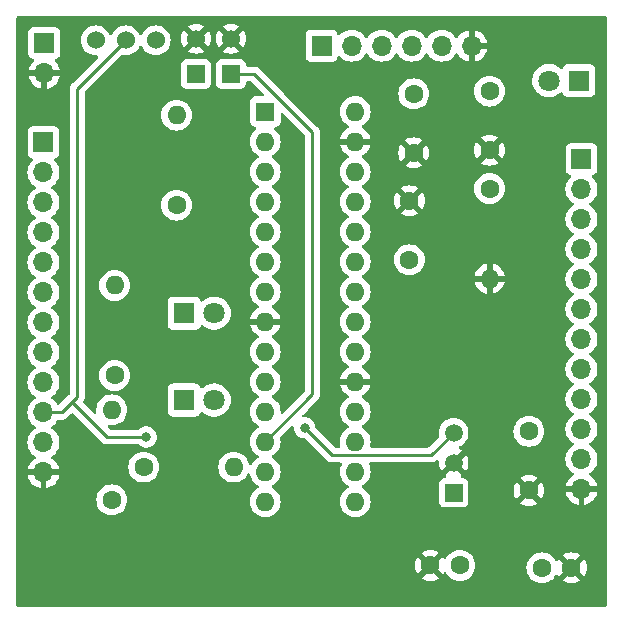
<source format=gbr>
%TF.GenerationSoftware,KiCad,Pcbnew,7.0.1*%
%TF.CreationDate,2023-05-23T13:55:39-05:00*%
%TF.ProjectId,HW4_Design,4857345f-4465-4736-9967-6e2e6b696361,rev?*%
%TF.SameCoordinates,Original*%
%TF.FileFunction,Copper,L2,Bot*%
%TF.FilePolarity,Positive*%
%FSLAX46Y46*%
G04 Gerber Fmt 4.6, Leading zero omitted, Abs format (unit mm)*
G04 Created by KiCad (PCBNEW 7.0.1) date 2023-05-23 13:55:39*
%MOMM*%
%LPD*%
G01*
G04 APERTURE LIST*
%TA.AperFunction,ComponentPad*%
%ADD10R,1.500000X1.500000*%
%TD*%
%TA.AperFunction,ComponentPad*%
%ADD11C,1.500000*%
%TD*%
%TA.AperFunction,ComponentPad*%
%ADD12R,1.600000X1.600000*%
%TD*%
%TA.AperFunction,ComponentPad*%
%ADD13O,1.600000X1.600000*%
%TD*%
%TA.AperFunction,ComponentPad*%
%ADD14C,1.524000*%
%TD*%
%TA.AperFunction,ComponentPad*%
%ADD15R,1.524000X1.524000*%
%TD*%
%TA.AperFunction,ComponentPad*%
%ADD16C,1.600000*%
%TD*%
%TA.AperFunction,ComponentPad*%
%ADD17R,1.700000X1.700000*%
%TD*%
%TA.AperFunction,ComponentPad*%
%ADD18O,1.700000X1.700000*%
%TD*%
%TA.AperFunction,ComponentPad*%
%ADD19R,1.800000X1.800000*%
%TD*%
%TA.AperFunction,ComponentPad*%
%ADD20C,1.800000*%
%TD*%
%TA.AperFunction,ViaPad*%
%ADD21C,0.800000*%
%TD*%
%TA.AperFunction,Conductor*%
%ADD22C,0.250000*%
%TD*%
G04 APERTURE END LIST*
D10*
%TO.P,U2,1,VO*%
%TO.N,+3.3V*%
X147025000Y-100350000D03*
D11*
%TO.P,U2,2,GND*%
%TO.N,GND*%
X147025000Y-97810000D03*
%TO.P,U2,3,VI*%
%TO.N,/Vin*%
X147025000Y-95270000D03*
%TD*%
D12*
%TO.P,U1,1,~{MCLR}*%
%TO.N,/MCLR*%
X131080000Y-68090000D03*
D13*
%TO.P,U1,2,A0*%
%TO.N,/A0*%
X131080000Y-70630000D03*
%TO.P,U1,3,A1*%
%TO.N,/A1*%
X131080000Y-73170000D03*
%TO.P,U1,4,B0*%
%TO.N,/B0*%
X131080000Y-75710000D03*
%TO.P,U1,5,B1*%
%TO.N,/B1*%
X131080000Y-78250000D03*
%TO.P,U1,6,B2*%
%TO.N,/B2*%
X131080000Y-80790000D03*
%TO.P,U1,7,B3*%
%TO.N,/U1TX*%
X131080000Y-83330000D03*
%TO.P,U1,8,Vss*%
%TO.N,GND*%
X131080000Y-85870000D03*
%TO.P,U1,9,A2*%
%TO.N,/U1RX*%
X131080000Y-88410000D03*
%TO.P,U1,10,A3*%
%TO.N,/A3*%
X131080000Y-90950000D03*
%TO.P,U1,11,B4*%
%TO.N,/GREEN*%
X131080000Y-93490000D03*
%TO.P,U1,12,A4*%
%TO.N,/USER*%
X131080000Y-96030000D03*
%TO.P,U1,13,Vdd*%
%TO.N,+3.3V*%
X131080000Y-98570000D03*
%TO.P,U1,14,B5*%
%TO.N,/YELLOW*%
X131080000Y-101110000D03*
%TO.P,U1,15,B6*%
%TO.N,/B6*%
X138700000Y-101110000D03*
%TO.P,U1,16,B7*%
%TO.N,/B7*%
X138700000Y-98570000D03*
%TO.P,U1,17,B8*%
%TO.N,/B8*%
X138700000Y-96030000D03*
%TO.P,U1,18,B9*%
%TO.N,/B9*%
X138700000Y-93490000D03*
%TO.P,U1,19,Vss*%
%TO.N,GND*%
X138700000Y-90950000D03*
%TO.P,U1,20,Vcap*%
%TO.N,Net-(U1-Vcap)*%
X138700000Y-88410000D03*
%TO.P,U1,21,B10*%
%TO.N,/B10*%
X138700000Y-85870000D03*
%TO.P,U1,22,B11*%
%TO.N,/B11*%
X138700000Y-83330000D03*
%TO.P,U1,23,B12*%
%TO.N,/B12*%
X138700000Y-80790000D03*
%TO.P,U1,24,B13*%
%TO.N,/B13*%
X138700000Y-78250000D03*
%TO.P,U1,25,B14*%
%TO.N,/B14*%
X138700000Y-75710000D03*
%TO.P,U1,26,B15*%
%TO.N,/B15*%
X138700000Y-73170000D03*
%TO.P,U1,27,AVss*%
%TO.N,GND*%
X138700000Y-70630000D03*
%TO.P,U1,28,AVdd*%
%TO.N,+3.3V*%
X138700000Y-68090000D03*
%TD*%
D14*
%TO.P,SW3,1,A*%
%TO.N,+5V*%
X121805000Y-62050000D03*
%TO.P,SW3,2,B*%
%TO.N,/Vin*%
X119265000Y-62050000D03*
%TO.P,SW3,3,C*%
%TO.N,Net-(J4-Pin_1)*%
X116725000Y-62050000D03*
%TD*%
%TO.P,SW2,1,1*%
%TO.N,GND*%
X128175000Y-61900000D03*
D15*
%TO.P,SW2,2,2*%
%TO.N,/USER*%
X128175000Y-64900000D03*
%TD*%
D14*
%TO.P,SW1,1,1*%
%TO.N,GND*%
X125225000Y-61900000D03*
D15*
%TO.P,SW1,2,2*%
%TO.N,/MCLR*%
X125225000Y-64900000D03*
%TD*%
D16*
%TO.P,R5,1*%
%TO.N,Net-(D3-K)*%
X118075000Y-100950000D03*
D13*
%TO.P,R5,2*%
%TO.N,/YELLOW*%
X118075000Y-93330000D03*
%TD*%
D16*
%TO.P,R4,1*%
%TO.N,Net-(D2-K)*%
X118325000Y-90425000D03*
D13*
%TO.P,R4,2*%
%TO.N,/GREEN*%
X118325000Y-82805000D03*
%TD*%
D16*
%TO.P,R3,1*%
%TO.N,+3.3V*%
X120790000Y-98175000D03*
D13*
%TO.P,R3,2*%
%TO.N,/USER*%
X128410000Y-98175000D03*
%TD*%
D16*
%TO.P,R2,1*%
%TO.N,+3.3V*%
X123575000Y-76000000D03*
D13*
%TO.P,R2,2*%
%TO.N,/MCLR*%
X123575000Y-68380000D03*
%TD*%
D16*
%TO.P,R1,1*%
%TO.N,Net-(D1-K)*%
X150075000Y-74600000D03*
D13*
%TO.P,R1,2*%
%TO.N,GND*%
X150075000Y-82220000D03*
%TD*%
D17*
%TO.P,J4,1,Pin_1*%
%TO.N,Net-(J4-Pin_1)*%
X112375000Y-62275000D03*
D18*
%TO.P,J4,2,Pin_2*%
%TO.N,GND*%
X112375000Y-64815000D03*
%TD*%
D17*
%TO.P,J3,1,Pin_1*%
%TO.N,unconnected-(J3-Pin_1-Pad1)*%
X135850000Y-62500000D03*
D18*
%TO.P,J3,2,Pin_2*%
%TO.N,/U1TX*%
X138390000Y-62500000D03*
%TO.P,J3,3,Pin_3*%
%TO.N,/U1RX*%
X140930000Y-62500000D03*
%TO.P,J3,4,Pin_4*%
%TO.N,+5V*%
X143470000Y-62500000D03*
%TO.P,J3,5,Pin_5*%
%TO.N,unconnected-(J3-Pin_5-Pad5)*%
X146010000Y-62500000D03*
%TO.P,J3,6,Pin_6*%
%TO.N,GND*%
X148550000Y-62500000D03*
%TD*%
D17*
%TO.P,J2,1,Pin_1*%
%TO.N,/B15*%
X157850000Y-72105000D03*
D18*
%TO.P,J2,2,Pin_2*%
%TO.N,/B14*%
X157850000Y-74645000D03*
%TO.P,J2,3,Pin_3*%
%TO.N,/B13*%
X157850000Y-77185000D03*
%TO.P,J2,4,Pin_4*%
%TO.N,/B12*%
X157850000Y-79725000D03*
%TO.P,J2,5,Pin_5*%
%TO.N,/B11*%
X157850000Y-82265000D03*
%TO.P,J2,6,Pin_6*%
%TO.N,/B10*%
X157850000Y-84805000D03*
%TO.P,J2,7,Pin_7*%
%TO.N,/B9*%
X157850000Y-87345000D03*
%TO.P,J2,8,Pin_8*%
%TO.N,/B8*%
X157850000Y-89885000D03*
%TO.P,J2,9,Pin_9*%
%TO.N,/B7*%
X157850000Y-92425000D03*
%TO.P,J2,10,Pin_10*%
%TO.N,/Vin*%
X157850000Y-94965000D03*
%TO.P,J2,11,Pin_11*%
%TO.N,+3.3V*%
X157850000Y-97505000D03*
%TO.P,J2,12,Pin_12*%
%TO.N,GND*%
X157850000Y-100045000D03*
%TD*%
D17*
%TO.P,J1,1,Pin_1*%
%TO.N,/A0*%
X112300000Y-70685000D03*
D18*
%TO.P,J1,2,Pin_2*%
%TO.N,/A1*%
X112300000Y-73225000D03*
%TO.P,J1,3,Pin_3*%
%TO.N,/B0*%
X112300000Y-75765000D03*
%TO.P,J1,4,Pin_4*%
%TO.N,/B1*%
X112300000Y-78305000D03*
%TO.P,J1,5,Pin_5*%
%TO.N,/B2*%
X112300000Y-80845000D03*
%TO.P,J1,6,Pin_6*%
%TO.N,/A3*%
X112300000Y-83385000D03*
%TO.P,J1,7,Pin_7*%
%TO.N,/GREEN*%
X112300000Y-85925000D03*
%TO.P,J1,8,Pin_8*%
%TO.N,/YELLOW*%
X112300000Y-88465000D03*
%TO.P,J1,9,Pin_9*%
%TO.N,/B6*%
X112300000Y-91005000D03*
%TO.P,J1,10,Pin_10*%
%TO.N,/Vin*%
X112300000Y-93545000D03*
%TO.P,J1,11,Pin_11*%
%TO.N,+3.3V*%
X112300000Y-96085000D03*
%TO.P,J1,12,Pin_12*%
%TO.N,GND*%
X112300000Y-98625000D03*
%TD*%
D19*
%TO.P,D3,1,K*%
%TO.N,Net-(D3-K)*%
X124210000Y-92500000D03*
D20*
%TO.P,D3,2,A*%
%TO.N,+3.3V*%
X126750000Y-92500000D03*
%TD*%
D19*
%TO.P,D2,1,K*%
%TO.N,Net-(D2-K)*%
X124225000Y-85150000D03*
D20*
%TO.P,D2,2,A*%
%TO.N,+3.3V*%
X126765000Y-85150000D03*
%TD*%
D19*
%TO.P,D1,1,K*%
%TO.N,Net-(D1-K)*%
X157625000Y-65450000D03*
D20*
%TO.P,D1,2,A*%
%TO.N,+3.3V*%
X155085000Y-65450000D03*
%TD*%
D16*
%TO.P,C6,1*%
%TO.N,+3.3V*%
X147550000Y-106500000D03*
%TO.P,C6,2*%
%TO.N,GND*%
X145050000Y-106500000D03*
%TD*%
%TO.P,C5,1*%
%TO.N,Net-(U1-Vcap)*%
X143275000Y-80625000D03*
%TO.P,C5,2*%
%TO.N,GND*%
X143275000Y-75625000D03*
%TD*%
%TO.P,C4,1*%
%TO.N,+3.3V*%
X154500000Y-106700000D03*
%TO.P,C4,2*%
%TO.N,GND*%
X157000000Y-106700000D03*
%TD*%
%TO.P,C3,1*%
%TO.N,/Vin*%
X153400000Y-95150000D03*
%TO.P,C3,2*%
%TO.N,GND*%
X153400000Y-100150000D03*
%TD*%
%TO.P,C2,1*%
%TO.N,+3.3V*%
X150075000Y-66350000D03*
%TO.P,C2,2*%
%TO.N,GND*%
X150075000Y-71350000D03*
%TD*%
%TO.P,C1,1*%
%TO.N,+3.3V*%
X143650000Y-66575000D03*
%TO.P,C1,2*%
%TO.N,GND*%
X143650000Y-71575000D03*
%TD*%
D21*
%TO.N,/Vin*%
X121000000Y-95625000D03*
X134400000Y-94850000D03*
%TD*%
D22*
%TO.N,/Vin*%
X117675000Y-95625000D02*
X114725000Y-92675000D01*
X121000000Y-95625000D02*
X117675000Y-95625000D01*
X114725000Y-92675000D02*
X113855000Y-93545000D01*
X136705000Y-97155000D02*
X134400000Y-94850000D01*
X115175000Y-92225000D02*
X114725000Y-92675000D01*
X145140000Y-97155000D02*
X136705000Y-97155000D01*
X147025000Y-95270000D02*
X145140000Y-97155000D01*
%TO.N,/USER*%
X135075000Y-92035000D02*
X135075000Y-69835000D01*
X131080000Y-96030000D02*
X135075000Y-92035000D01*
X130140000Y-64900000D02*
X135075000Y-69835000D01*
X128175000Y-64900000D02*
X130140000Y-64900000D01*
%TO.N,/Vin*%
X113855000Y-93545000D02*
X112300000Y-93545000D01*
X115175000Y-66140000D02*
X115175000Y-92225000D01*
X119265000Y-62050000D02*
X115175000Y-66140000D01*
%TD*%
%TA.AperFunction,Conductor*%
%TO.N,GND*%
G36*
X159937500Y-60017113D02*
G01*
X159982887Y-60062500D01*
X159999500Y-60124500D01*
X159999500Y-109875500D01*
X159982887Y-109937500D01*
X159937500Y-109982887D01*
X159875500Y-109999500D01*
X110124500Y-109999500D01*
X110062500Y-109982887D01*
X110017113Y-109937500D01*
X110000500Y-109875500D01*
X110000500Y-107579026D01*
X144324526Y-107579026D01*
X144397515Y-107630133D01*
X144603673Y-107726266D01*
X144823397Y-107785141D01*
X145050000Y-107804966D01*
X145276602Y-107785141D01*
X145496326Y-107726266D01*
X145702480Y-107630134D01*
X145775472Y-107579025D01*
X145050001Y-106853553D01*
X145050000Y-106853553D01*
X144324526Y-107579025D01*
X144324526Y-107579026D01*
X110000500Y-107579026D01*
X110000500Y-106500000D01*
X143745033Y-106500000D01*
X143764858Y-106726602D01*
X143823733Y-106946326D01*
X143919866Y-107152484D01*
X143970972Y-107225471D01*
X143970974Y-107225472D01*
X144696446Y-106500001D01*
X145403553Y-106500001D01*
X146129025Y-107225472D01*
X146180131Y-107152484D01*
X146187340Y-107137026D01*
X146233097Y-107084849D01*
X146299722Y-107065428D01*
X146366348Y-107084847D01*
X146412106Y-107137023D01*
X146419432Y-107152735D01*
X146549953Y-107339140D01*
X146710859Y-107500046D01*
X146897264Y-107630567D01*
X146897265Y-107630567D01*
X146897266Y-107630568D01*
X147103504Y-107726739D01*
X147323308Y-107785635D01*
X147550000Y-107805468D01*
X147776692Y-107785635D01*
X147996496Y-107726739D01*
X148202734Y-107630568D01*
X148389139Y-107500047D01*
X148550047Y-107339139D01*
X148680568Y-107152734D01*
X148776739Y-106946496D01*
X148835635Y-106726692D01*
X148837970Y-106699999D01*
X153194531Y-106699999D01*
X153214364Y-106926689D01*
X153273261Y-107146497D01*
X153369432Y-107352735D01*
X153499953Y-107539140D01*
X153660859Y-107700046D01*
X153847264Y-107830567D01*
X153847265Y-107830567D01*
X153847266Y-107830568D01*
X154053504Y-107926739D01*
X154273308Y-107985635D01*
X154500000Y-108005468D01*
X154726692Y-107985635D01*
X154946496Y-107926739D01*
X155152734Y-107830568D01*
X155226344Y-107779026D01*
X156274526Y-107779026D01*
X156347515Y-107830133D01*
X156553673Y-107926266D01*
X156773397Y-107985141D01*
X157000000Y-108004966D01*
X157226602Y-107985141D01*
X157446326Y-107926266D01*
X157652480Y-107830134D01*
X157725472Y-107779025D01*
X157000001Y-107053553D01*
X157000000Y-107053553D01*
X156274526Y-107779025D01*
X156274526Y-107779026D01*
X155226344Y-107779026D01*
X155339139Y-107700047D01*
X155500047Y-107539139D01*
X155630568Y-107352734D01*
X155637893Y-107337023D01*
X155683647Y-107284849D01*
X155750273Y-107265428D01*
X155816899Y-107284847D01*
X155862657Y-107337023D01*
X155869866Y-107352483D01*
X155920972Y-107425471D01*
X155920974Y-107425472D01*
X156646446Y-106700001D01*
X156646446Y-106700000D01*
X156646445Y-106699999D01*
X157353553Y-106699999D01*
X158079025Y-107425472D01*
X158130134Y-107352480D01*
X158226266Y-107146326D01*
X158285141Y-106926602D01*
X158304966Y-106700000D01*
X158285141Y-106473397D01*
X158226266Y-106253673D01*
X158130133Y-106047515D01*
X158079025Y-105974526D01*
X157353553Y-106699999D01*
X156646445Y-106699999D01*
X155920973Y-105974526D01*
X155920973Y-105974527D01*
X155869865Y-106047517D01*
X155862656Y-106062977D01*
X155816899Y-106115151D01*
X155750274Y-106134570D01*
X155683649Y-106115150D01*
X155637893Y-106062975D01*
X155630567Y-106047264D01*
X155500046Y-105860859D01*
X155339140Y-105699953D01*
X155226344Y-105620973D01*
X156274526Y-105620973D01*
X157000000Y-106346446D01*
X157000001Y-106346446D01*
X157725472Y-105620974D01*
X157725471Y-105620972D01*
X157652484Y-105569866D01*
X157446326Y-105473733D01*
X157226602Y-105414858D01*
X157000000Y-105395033D01*
X156773397Y-105414858D01*
X156553672Y-105473733D01*
X156347516Y-105569865D01*
X156274527Y-105620973D01*
X156274526Y-105620973D01*
X155226344Y-105620973D01*
X155152735Y-105569432D01*
X154946497Y-105473261D01*
X154726689Y-105414364D01*
X154500000Y-105394531D01*
X154273310Y-105414364D01*
X154053502Y-105473261D01*
X153847264Y-105569432D01*
X153660859Y-105699953D01*
X153499953Y-105860859D01*
X153369432Y-106047264D01*
X153273261Y-106253502D01*
X153214364Y-106473310D01*
X153194531Y-106699999D01*
X148837970Y-106699999D01*
X148855468Y-106500000D01*
X148835635Y-106273308D01*
X148776739Y-106053504D01*
X148680568Y-105847266D01*
X148629635Y-105774526D01*
X148550046Y-105660859D01*
X148389140Y-105499953D01*
X148202735Y-105369432D01*
X147996497Y-105273261D01*
X147776689Y-105214364D01*
X147550000Y-105194531D01*
X147323310Y-105214364D01*
X147103502Y-105273261D01*
X146897264Y-105369432D01*
X146710859Y-105499953D01*
X146549953Y-105660859D01*
X146419429Y-105847268D01*
X146412104Y-105862978D01*
X146366347Y-105915152D01*
X146299722Y-105934570D01*
X146233098Y-105915150D01*
X146187342Y-105862975D01*
X146180133Y-105847515D01*
X146129025Y-105774526D01*
X145403553Y-106500000D01*
X145403553Y-106500001D01*
X144696446Y-106500001D01*
X144696446Y-106500000D01*
X143970973Y-105774526D01*
X143970973Y-105774527D01*
X143919865Y-105847516D01*
X143823733Y-106053672D01*
X143764858Y-106273397D01*
X143745033Y-106500000D01*
X110000500Y-106500000D01*
X110000500Y-105420973D01*
X144324526Y-105420973D01*
X145050000Y-106146446D01*
X145050001Y-106146446D01*
X145775472Y-105420974D01*
X145775471Y-105420972D01*
X145702484Y-105369866D01*
X145496326Y-105273733D01*
X145276602Y-105214858D01*
X145050000Y-105195033D01*
X144823397Y-105214858D01*
X144603672Y-105273733D01*
X144397516Y-105369865D01*
X144324527Y-105420973D01*
X144324526Y-105420973D01*
X110000500Y-105420973D01*
X110000500Y-100950000D01*
X116769531Y-100950000D01*
X116789364Y-101176689D01*
X116848261Y-101396497D01*
X116944432Y-101602735D01*
X117074953Y-101789140D01*
X117235859Y-101950046D01*
X117422264Y-102080567D01*
X117422265Y-102080567D01*
X117422266Y-102080568D01*
X117628504Y-102176739D01*
X117848308Y-102235635D01*
X118075000Y-102255468D01*
X118301692Y-102235635D01*
X118521496Y-102176739D01*
X118727734Y-102080568D01*
X118914139Y-101950047D01*
X119075047Y-101789139D01*
X119205568Y-101602734D01*
X119301739Y-101396496D01*
X119360635Y-101176692D01*
X119380468Y-100950000D01*
X119360635Y-100723308D01*
X119301739Y-100503504D01*
X119205568Y-100297266D01*
X119203981Y-100295000D01*
X119075046Y-100110859D01*
X118914140Y-99949953D01*
X118727735Y-99819432D01*
X118521497Y-99723261D01*
X118301689Y-99664364D01*
X118075000Y-99644531D01*
X117848310Y-99664364D01*
X117628502Y-99723261D01*
X117422264Y-99819432D01*
X117235859Y-99949953D01*
X117074953Y-100110859D01*
X116944432Y-100297264D01*
X116848261Y-100503502D01*
X116789364Y-100723310D01*
X116769531Y-100950000D01*
X110000500Y-100950000D01*
X110000500Y-98875000D01*
X110969364Y-98875000D01*
X111026569Y-99088492D01*
X111126399Y-99302576D01*
X111261893Y-99496081D01*
X111428918Y-99663106D01*
X111622423Y-99798600D01*
X111836507Y-99898430D01*
X112049999Y-99955635D01*
X112050000Y-99955636D01*
X112050000Y-98875000D01*
X112550000Y-98875000D01*
X112550000Y-99955635D01*
X112763492Y-99898430D01*
X112977576Y-99798600D01*
X113171081Y-99663106D01*
X113338106Y-99496081D01*
X113473600Y-99302576D01*
X113573430Y-99088492D01*
X113630636Y-98875000D01*
X112550000Y-98875000D01*
X112050000Y-98875000D01*
X110969364Y-98875000D01*
X110000500Y-98875000D01*
X110000500Y-96085000D01*
X110944340Y-96085000D01*
X110964936Y-96320407D01*
X110999547Y-96449575D01*
X111026097Y-96548663D01*
X111125965Y-96762830D01*
X111261505Y-96956401D01*
X111428599Y-97123495D01*
X111614597Y-97253732D01*
X111653460Y-97298048D01*
X111667471Y-97355305D01*
X111653461Y-97412561D01*
X111614595Y-97456880D01*
X111428919Y-97586892D01*
X111261890Y-97753921D01*
X111126400Y-97947421D01*
X111026569Y-98161507D01*
X110969364Y-98374999D01*
X110969364Y-98375000D01*
X113630636Y-98375000D01*
X113630635Y-98374999D01*
X113577045Y-98175000D01*
X119484531Y-98175000D01*
X119504364Y-98401689D01*
X119563261Y-98621497D01*
X119659432Y-98827735D01*
X119789953Y-99014140D01*
X119950859Y-99175046D01*
X120137264Y-99305567D01*
X120137265Y-99305567D01*
X120137266Y-99305568D01*
X120343504Y-99401739D01*
X120563308Y-99460635D01*
X120790000Y-99480468D01*
X121016692Y-99460635D01*
X121236496Y-99401739D01*
X121442734Y-99305568D01*
X121629139Y-99175047D01*
X121790047Y-99014139D01*
X121920568Y-98827734D01*
X122016739Y-98621496D01*
X122075635Y-98401692D01*
X122095468Y-98175000D01*
X122075635Y-97948308D01*
X122016739Y-97728504D01*
X121920568Y-97522266D01*
X121908478Y-97505000D01*
X121790046Y-97335859D01*
X121629140Y-97174953D01*
X121442735Y-97044432D01*
X121236497Y-96948261D01*
X121016689Y-96889364D01*
X120790000Y-96869531D01*
X120563310Y-96889364D01*
X120343502Y-96948261D01*
X120137264Y-97044432D01*
X119950859Y-97174953D01*
X119789953Y-97335859D01*
X119659432Y-97522264D01*
X119563261Y-97728502D01*
X119504364Y-97948310D01*
X119484531Y-98175000D01*
X113577045Y-98175000D01*
X113573430Y-98161507D01*
X113473599Y-97947421D01*
X113338109Y-97753921D01*
X113171081Y-97586893D01*
X112985404Y-97456880D01*
X112946539Y-97412562D01*
X112932528Y-97355305D01*
X112946539Y-97298048D01*
X112985402Y-97253732D01*
X113171401Y-97123495D01*
X113338495Y-96956401D01*
X113474035Y-96762830D01*
X113573903Y-96548663D01*
X113635063Y-96320408D01*
X113655659Y-96085000D01*
X113635063Y-95849592D01*
X113573903Y-95621337D01*
X113474035Y-95407171D01*
X113338495Y-95213599D01*
X113171401Y-95046505D01*
X112985839Y-94916573D01*
X112946975Y-94872257D01*
X112932964Y-94815000D01*
X112946975Y-94757743D01*
X112985839Y-94713426D01*
X113171401Y-94583495D01*
X113338495Y-94416401D01*
X113473653Y-94223374D01*
X113517970Y-94184511D01*
X113575227Y-94170500D01*
X113772256Y-94170500D01*
X113792762Y-94172764D01*
X113795665Y-94172672D01*
X113795667Y-94172673D01*
X113862872Y-94170561D01*
X113866768Y-94170500D01*
X113894349Y-94170500D01*
X113894350Y-94170500D01*
X113898319Y-94169998D01*
X113909965Y-94169080D01*
X113953627Y-94167709D01*
X113972859Y-94162120D01*
X113991918Y-94158174D01*
X113998196Y-94157381D01*
X114011792Y-94155664D01*
X114052407Y-94139582D01*
X114063444Y-94135803D01*
X114105390Y-94123618D01*
X114122629Y-94113422D01*
X114140102Y-94104862D01*
X114158732Y-94097486D01*
X114194064Y-94071814D01*
X114203830Y-94065400D01*
X114241418Y-94043171D01*
X114241417Y-94043171D01*
X114241420Y-94043170D01*
X114255585Y-94029004D01*
X114270373Y-94016373D01*
X114286587Y-94004594D01*
X114314438Y-93970926D01*
X114322279Y-93962309D01*
X114637317Y-93647271D01*
X114692906Y-93615177D01*
X114757093Y-93615177D01*
X114812680Y-93647271D01*
X117174196Y-96008787D01*
X117187096Y-96024888D01*
X117238223Y-96072900D01*
X117241019Y-96075610D01*
X117260529Y-96095120D01*
X117263711Y-96097588D01*
X117272571Y-96105155D01*
X117304418Y-96135062D01*
X117321972Y-96144712D01*
X117338236Y-96155396D01*
X117349972Y-96164499D01*
X117354064Y-96167673D01*
X117377334Y-96177743D01*
X117394152Y-96185021D01*
X117404631Y-96190154D01*
X117442908Y-96211197D01*
X117462306Y-96216177D01*
X117480708Y-96222477D01*
X117499104Y-96230438D01*
X117542261Y-96237273D01*
X117553664Y-96239634D01*
X117595981Y-96250500D01*
X117616016Y-96250500D01*
X117635413Y-96252026D01*
X117655196Y-96255160D01*
X117698674Y-96251050D01*
X117710344Y-96250500D01*
X120296253Y-96250500D01*
X120346688Y-96261220D01*
X120388401Y-96291526D01*
X120394129Y-96297888D01*
X120547270Y-96409151D01*
X120547271Y-96409151D01*
X120547272Y-96409152D01*
X120720197Y-96486144D01*
X120905352Y-96525500D01*
X120905354Y-96525500D01*
X121094646Y-96525500D01*
X121094648Y-96525500D01*
X121246696Y-96493181D01*
X121279803Y-96486144D01*
X121452730Y-96409151D01*
X121452730Y-96409150D01*
X121605870Y-96297889D01*
X121611598Y-96291528D01*
X121732533Y-96157216D01*
X121827179Y-95993284D01*
X121885674Y-95813256D01*
X121905460Y-95625000D01*
X121885674Y-95436744D01*
X121855332Y-95343363D01*
X121827179Y-95256715D01*
X121732533Y-95092783D01*
X121605870Y-94952110D01*
X121452730Y-94840848D01*
X121279802Y-94763855D01*
X121094648Y-94724500D01*
X121094646Y-94724500D01*
X120905354Y-94724500D01*
X120905352Y-94724500D01*
X120720197Y-94763855D01*
X120547272Y-94840847D01*
X120508683Y-94868884D01*
X120394129Y-94952112D01*
X120388401Y-94958473D01*
X120346688Y-94988780D01*
X120296253Y-94999500D01*
X117985452Y-94999500D01*
X117937999Y-94990061D01*
X117897771Y-94963181D01*
X117762548Y-94827958D01*
X117731647Y-94776531D01*
X117728507Y-94716617D01*
X117753863Y-94662241D01*
X117801778Y-94626134D01*
X117861036Y-94616749D01*
X118075000Y-94635468D01*
X118301692Y-94615635D01*
X118521496Y-94556739D01*
X118727734Y-94460568D01*
X118914139Y-94330047D01*
X119075047Y-94169139D01*
X119205568Y-93982734D01*
X119301739Y-93776496D01*
X119360635Y-93556692D01*
X119370156Y-93447869D01*
X122809500Y-93447869D01*
X122815909Y-93507484D01*
X122829902Y-93545000D01*
X122866204Y-93642331D01*
X122952454Y-93757546D01*
X123067669Y-93843796D01*
X123202517Y-93894091D01*
X123262127Y-93900500D01*
X125157872Y-93900499D01*
X125217483Y-93894091D01*
X125352331Y-93843796D01*
X125467546Y-93757546D01*
X125553796Y-93642331D01*
X125582455Y-93565490D01*
X125618405Y-93514279D01*
X125674787Y-93487140D01*
X125737242Y-93490988D01*
X125789864Y-93524841D01*
X125798216Y-93533913D01*
X125981374Y-93676470D01*
X126185497Y-93786936D01*
X126295257Y-93824616D01*
X126405015Y-93862297D01*
X126405017Y-93862297D01*
X126405019Y-93862298D01*
X126633951Y-93900500D01*
X126866048Y-93900500D01*
X126866049Y-93900500D01*
X127094981Y-93862298D01*
X127314503Y-93786936D01*
X127518626Y-93676470D01*
X127701784Y-93533913D01*
X127858979Y-93363153D01*
X127985924Y-93168849D01*
X128079157Y-92956300D01*
X128136134Y-92731305D01*
X128155300Y-92500000D01*
X128136134Y-92268695D01*
X128079157Y-92043700D01*
X127985924Y-91831151D01*
X127858979Y-91636847D01*
X127701784Y-91466087D01*
X127518626Y-91323530D01*
X127314503Y-91213064D01*
X127314499Y-91213062D01*
X127314498Y-91213062D01*
X127094984Y-91137702D01*
X126904456Y-91105909D01*
X126866049Y-91099500D01*
X126633951Y-91099500D01*
X126595544Y-91105909D01*
X126405015Y-91137702D01*
X126185501Y-91213062D01*
X125981372Y-91323531D01*
X125798213Y-91466089D01*
X125789863Y-91475160D01*
X125737239Y-91509012D01*
X125674785Y-91512859D01*
X125618405Y-91485720D01*
X125582455Y-91434509D01*
X125553796Y-91357669D01*
X125467546Y-91242454D01*
X125352331Y-91156204D01*
X125217483Y-91105909D01*
X125157873Y-91099500D01*
X125157869Y-91099500D01*
X123262130Y-91099500D01*
X123202515Y-91105909D01*
X123067669Y-91156204D01*
X122952454Y-91242454D01*
X122866204Y-91357668D01*
X122815909Y-91492516D01*
X122809500Y-91552130D01*
X122809500Y-93447869D01*
X119370156Y-93447869D01*
X119380468Y-93330000D01*
X119377528Y-93296401D01*
X119360635Y-93103310D01*
X119360635Y-93103308D01*
X119301739Y-92883504D01*
X119205568Y-92677266D01*
X119203000Y-92673599D01*
X119075046Y-92490859D01*
X118914140Y-92329953D01*
X118727735Y-92199432D01*
X118521497Y-92103261D01*
X118301689Y-92044364D01*
X118074999Y-92024531D01*
X117848310Y-92044364D01*
X117628502Y-92103261D01*
X117422264Y-92199432D01*
X117235859Y-92329953D01*
X117074953Y-92490859D01*
X116944432Y-92677264D01*
X116848261Y-92883502D01*
X116789364Y-93103310D01*
X116769531Y-93330000D01*
X116788250Y-93543963D01*
X116778864Y-93603221D01*
X116742757Y-93651136D01*
X116688382Y-93676492D01*
X116628468Y-93673352D01*
X116577041Y-93642451D01*
X116297743Y-93363153D01*
X115695020Y-92760429D01*
X115663268Y-92706091D01*
X115662282Y-92643163D01*
X115679939Y-92610647D01*
X115677513Y-92609314D01*
X115685060Y-92595583D01*
X115685062Y-92595582D01*
X115694717Y-92578018D01*
X115705394Y-92561764D01*
X115717673Y-92545936D01*
X115735018Y-92505852D01*
X115740160Y-92495356D01*
X115761197Y-92457092D01*
X115766179Y-92437684D01*
X115772481Y-92419280D01*
X115780437Y-92400896D01*
X115787269Y-92357752D01*
X115789633Y-92346338D01*
X115800500Y-92304019D01*
X115800500Y-92283984D01*
X115802027Y-92264585D01*
X115804703Y-92247687D01*
X115805160Y-92244804D01*
X115801050Y-92201325D01*
X115800500Y-92189656D01*
X115800500Y-90425000D01*
X117019531Y-90425000D01*
X117039364Y-90651689D01*
X117098261Y-90871497D01*
X117194432Y-91077735D01*
X117324953Y-91264140D01*
X117485859Y-91425046D01*
X117672264Y-91555567D01*
X117672265Y-91555567D01*
X117672266Y-91555568D01*
X117878504Y-91651739D01*
X118098308Y-91710635D01*
X118249436Y-91723857D01*
X118324999Y-91730468D01*
X118324999Y-91730467D01*
X118325000Y-91730468D01*
X118551692Y-91710635D01*
X118771496Y-91651739D01*
X118977734Y-91555568D01*
X119164139Y-91425047D01*
X119325047Y-91264139D01*
X119455568Y-91077734D01*
X119551739Y-90871496D01*
X119610635Y-90651692D01*
X119630468Y-90425000D01*
X119610635Y-90198308D01*
X119551739Y-89978504D01*
X119455568Y-89772266D01*
X119437614Y-89746625D01*
X119325046Y-89585859D01*
X119164140Y-89424953D01*
X118977735Y-89294432D01*
X118771497Y-89198261D01*
X118551689Y-89139364D01*
X118325000Y-89119531D01*
X118098310Y-89139364D01*
X117878502Y-89198261D01*
X117672264Y-89294432D01*
X117485859Y-89424953D01*
X117324953Y-89585859D01*
X117194432Y-89772264D01*
X117098261Y-89978502D01*
X117039364Y-90198310D01*
X117019531Y-90425000D01*
X115800500Y-90425000D01*
X115800500Y-86097869D01*
X122824500Y-86097869D01*
X122830909Y-86157484D01*
X122835937Y-86170965D01*
X122881204Y-86292331D01*
X122967454Y-86407546D01*
X123082669Y-86493796D01*
X123217517Y-86544091D01*
X123277127Y-86550500D01*
X125172872Y-86550499D01*
X125232483Y-86544091D01*
X125367331Y-86493796D01*
X125482546Y-86407546D01*
X125568796Y-86292331D01*
X125597455Y-86215490D01*
X125633405Y-86164279D01*
X125689787Y-86137140D01*
X125752242Y-86140988D01*
X125804864Y-86174841D01*
X125813216Y-86183913D01*
X125996374Y-86326470D01*
X126200497Y-86436936D01*
X126307290Y-86473598D01*
X126420015Y-86512297D01*
X126420017Y-86512297D01*
X126420019Y-86512298D01*
X126648951Y-86550500D01*
X126881048Y-86550500D01*
X126881049Y-86550500D01*
X127109981Y-86512298D01*
X127329503Y-86436936D01*
X127533626Y-86326470D01*
X127716784Y-86183913D01*
X127873979Y-86013153D01*
X128000924Y-85818849D01*
X128094157Y-85606300D01*
X128151134Y-85381305D01*
X128170300Y-85150000D01*
X128151134Y-84918695D01*
X128094157Y-84693700D01*
X128000924Y-84481151D01*
X127873979Y-84286847D01*
X127716784Y-84116087D01*
X127533626Y-83973530D01*
X127329503Y-83863064D01*
X127329499Y-83863062D01*
X127329498Y-83863062D01*
X127109984Y-83787702D01*
X126919456Y-83755909D01*
X126881049Y-83749500D01*
X126648951Y-83749500D01*
X126610544Y-83755909D01*
X126420015Y-83787702D01*
X126200501Y-83863062D01*
X125996372Y-83973531D01*
X125813213Y-84116089D01*
X125804863Y-84125160D01*
X125752239Y-84159012D01*
X125689785Y-84162859D01*
X125633405Y-84135720D01*
X125597455Y-84084509D01*
X125568796Y-84007669D01*
X125482546Y-83892454D01*
X125367331Y-83806204D01*
X125232483Y-83755909D01*
X125172873Y-83749500D01*
X125172869Y-83749500D01*
X123277130Y-83749500D01*
X123217515Y-83755909D01*
X123082669Y-83806204D01*
X122967454Y-83892454D01*
X122881204Y-84007668D01*
X122830909Y-84142516D01*
X122824500Y-84202130D01*
X122824500Y-86097869D01*
X115800500Y-86097869D01*
X115800500Y-82805000D01*
X117019531Y-82805000D01*
X117039364Y-83031689D01*
X117098261Y-83251497D01*
X117194432Y-83457735D01*
X117324953Y-83644140D01*
X117485859Y-83805046D01*
X117672264Y-83935567D01*
X117672265Y-83935567D01*
X117672266Y-83935568D01*
X117878504Y-84031739D01*
X118098308Y-84090635D01*
X118249436Y-84103857D01*
X118324999Y-84110468D01*
X118324999Y-84110467D01*
X118325000Y-84110468D01*
X118551692Y-84090635D01*
X118771496Y-84031739D01*
X118977734Y-83935568D01*
X119164139Y-83805047D01*
X119325047Y-83644139D01*
X119455568Y-83457734D01*
X119551739Y-83251496D01*
X119610635Y-83031692D01*
X119630468Y-82805000D01*
X119610635Y-82578308D01*
X119551739Y-82358504D01*
X119455568Y-82152266D01*
X119437614Y-82126625D01*
X119325046Y-81965859D01*
X119164140Y-81804953D01*
X118977735Y-81674432D01*
X118771497Y-81578261D01*
X118551689Y-81519364D01*
X118325000Y-81499531D01*
X118098310Y-81519364D01*
X117878502Y-81578261D01*
X117672264Y-81674432D01*
X117485859Y-81804953D01*
X117324953Y-81965859D01*
X117194432Y-82152264D01*
X117098261Y-82358502D01*
X117039364Y-82578310D01*
X117019531Y-82805000D01*
X115800500Y-82805000D01*
X115800500Y-76000000D01*
X122269531Y-76000000D01*
X122289364Y-76226689D01*
X122348261Y-76446497D01*
X122444432Y-76652735D01*
X122574953Y-76839140D01*
X122735859Y-77000046D01*
X122922264Y-77130567D01*
X122922265Y-77130567D01*
X122922266Y-77130568D01*
X123128504Y-77226739D01*
X123348308Y-77285635D01*
X123575000Y-77305468D01*
X123801692Y-77285635D01*
X124021496Y-77226739D01*
X124227734Y-77130568D01*
X124414139Y-77000047D01*
X124575047Y-76839139D01*
X124705568Y-76652734D01*
X124801739Y-76446496D01*
X124860635Y-76226692D01*
X124880468Y-76000000D01*
X124860635Y-75773308D01*
X124801739Y-75553504D01*
X124705568Y-75347266D01*
X124673408Y-75301337D01*
X124575046Y-75160859D01*
X124414140Y-74999953D01*
X124227735Y-74869432D01*
X124021497Y-74773261D01*
X123801689Y-74714364D01*
X123575000Y-74694531D01*
X123348310Y-74714364D01*
X123128502Y-74773261D01*
X122922264Y-74869432D01*
X122735859Y-74999953D01*
X122574953Y-75160859D01*
X122444432Y-75347264D01*
X122348261Y-75553502D01*
X122289364Y-75773310D01*
X122269531Y-76000000D01*
X115800500Y-76000000D01*
X115800500Y-68380000D01*
X122269531Y-68380000D01*
X122289364Y-68606689D01*
X122348261Y-68826497D01*
X122444432Y-69032735D01*
X122574953Y-69219140D01*
X122735859Y-69380046D01*
X122922264Y-69510567D01*
X122922265Y-69510567D01*
X122922266Y-69510568D01*
X123128504Y-69606739D01*
X123348308Y-69665635D01*
X123575000Y-69685468D01*
X123801692Y-69665635D01*
X124021496Y-69606739D01*
X124227734Y-69510568D01*
X124414139Y-69380047D01*
X124575047Y-69219139D01*
X124705568Y-69032734D01*
X124801739Y-68826496D01*
X124860635Y-68606692D01*
X124880468Y-68380000D01*
X124860635Y-68153308D01*
X124801739Y-67933504D01*
X124705568Y-67727266D01*
X124690374Y-67705567D01*
X124575046Y-67540859D01*
X124414140Y-67379953D01*
X124227735Y-67249432D01*
X124021497Y-67153261D01*
X123801689Y-67094364D01*
X123575000Y-67074531D01*
X123348310Y-67094364D01*
X123128502Y-67153261D01*
X122922264Y-67249432D01*
X122735859Y-67379953D01*
X122574953Y-67540859D01*
X122444432Y-67727264D01*
X122348261Y-67933502D01*
X122289364Y-68153310D01*
X122269531Y-68380000D01*
X115800500Y-68380000D01*
X115800500Y-66450452D01*
X115809939Y-66402999D01*
X115836819Y-66362771D01*
X116489721Y-65709869D01*
X123962500Y-65709869D01*
X123968909Y-65769484D01*
X123978622Y-65795525D01*
X124019204Y-65904331D01*
X124105454Y-66019546D01*
X124220669Y-66105796D01*
X124355517Y-66156091D01*
X124415127Y-66162500D01*
X126034872Y-66162499D01*
X126094483Y-66156091D01*
X126229331Y-66105796D01*
X126344546Y-66019546D01*
X126430796Y-65904331D01*
X126481091Y-65769483D01*
X126487500Y-65709873D01*
X126487500Y-65709869D01*
X126912500Y-65709869D01*
X126918909Y-65769484D01*
X126928622Y-65795525D01*
X126969204Y-65904331D01*
X127055454Y-66019546D01*
X127170669Y-66105796D01*
X127305517Y-66156091D01*
X127365127Y-66162500D01*
X128984872Y-66162499D01*
X129044483Y-66156091D01*
X129179331Y-66105796D01*
X129294546Y-66019546D01*
X129380796Y-65904331D01*
X129431091Y-65769483D01*
X129437500Y-65709873D01*
X129437500Y-65649500D01*
X129454113Y-65587500D01*
X129499500Y-65542113D01*
X129561500Y-65525500D01*
X129829548Y-65525500D01*
X129877001Y-65534939D01*
X129917229Y-65561819D01*
X130933229Y-66577819D01*
X130963479Y-66627182D01*
X130968021Y-66684898D01*
X130945866Y-66738385D01*
X130901843Y-66775985D01*
X130845548Y-66789500D01*
X130232130Y-66789500D01*
X130172515Y-66795909D01*
X130037669Y-66846204D01*
X129922454Y-66932454D01*
X129836204Y-67047668D01*
X129796820Y-67153261D01*
X129785909Y-67182517D01*
X129781048Y-67227735D01*
X129779500Y-67242130D01*
X129779500Y-68937869D01*
X129785909Y-68997483D01*
X129836204Y-69132331D01*
X129922454Y-69247546D01*
X130037669Y-69333796D01*
X130172517Y-69384091D01*
X130207594Y-69387862D01*
X130263513Y-69408239D01*
X130303497Y-69452327D01*
X130318332Y-69509968D01*
X130304600Y-69567881D01*
X130265464Y-69612724D01*
X130240860Y-69629952D01*
X130079953Y-69790859D01*
X129949432Y-69977264D01*
X129853261Y-70183502D01*
X129794364Y-70403310D01*
X129774531Y-70630000D01*
X129794364Y-70856689D01*
X129853261Y-71076497D01*
X129949432Y-71282735D01*
X130079953Y-71469140D01*
X130240859Y-71630046D01*
X130427263Y-71760566D01*
X130427266Y-71760568D01*
X130484683Y-71787342D01*
X130485275Y-71787618D01*
X130537450Y-71833375D01*
X130556869Y-71900000D01*
X130537450Y-71966625D01*
X130485275Y-72012382D01*
X130427263Y-72039433D01*
X130240859Y-72169953D01*
X130079953Y-72330859D01*
X129949432Y-72517264D01*
X129853261Y-72723502D01*
X129794364Y-72943310D01*
X129774531Y-73169999D01*
X129794364Y-73396689D01*
X129853261Y-73616497D01*
X129949432Y-73822735D01*
X130079953Y-74009140D01*
X130240859Y-74170046D01*
X130374314Y-74263491D01*
X130427266Y-74300568D01*
X130469009Y-74320033D01*
X130485275Y-74327618D01*
X130537450Y-74373375D01*
X130556869Y-74440000D01*
X130537450Y-74506625D01*
X130485275Y-74552382D01*
X130427263Y-74579433D01*
X130240859Y-74709953D01*
X130079953Y-74870859D01*
X129949432Y-75057264D01*
X129853261Y-75263502D01*
X129794364Y-75483310D01*
X129774531Y-75709999D01*
X129794364Y-75936689D01*
X129853261Y-76156497D01*
X129949432Y-76362735D01*
X130079953Y-76549140D01*
X130240859Y-76710046D01*
X130427263Y-76840566D01*
X130427266Y-76840568D01*
X130485275Y-76867618D01*
X130537450Y-76913375D01*
X130556869Y-76980000D01*
X130537450Y-77046625D01*
X130485275Y-77092382D01*
X130427263Y-77119433D01*
X130240859Y-77249953D01*
X130079953Y-77410859D01*
X129949432Y-77597264D01*
X129853261Y-77803502D01*
X129794364Y-78023310D01*
X129774531Y-78249999D01*
X129794364Y-78476689D01*
X129853261Y-78696497D01*
X129949432Y-78902735D01*
X130079953Y-79089140D01*
X130240859Y-79250046D01*
X130368420Y-79339364D01*
X130427266Y-79380568D01*
X130465209Y-79398261D01*
X130485275Y-79407618D01*
X130537450Y-79453375D01*
X130556869Y-79520000D01*
X130537450Y-79586625D01*
X130485275Y-79632382D01*
X130427263Y-79659433D01*
X130240859Y-79789953D01*
X130079953Y-79950859D01*
X129949432Y-80137264D01*
X129853261Y-80343502D01*
X129794364Y-80563310D01*
X129774531Y-80789999D01*
X129794364Y-81016689D01*
X129853261Y-81236497D01*
X129949432Y-81442735D01*
X130079953Y-81629140D01*
X130240859Y-81790046D01*
X130328967Y-81851739D01*
X130427266Y-81920568D01*
X130485275Y-81947618D01*
X130537450Y-81993375D01*
X130556869Y-82060000D01*
X130537450Y-82126625D01*
X130485275Y-82172382D01*
X130427263Y-82199433D01*
X130240859Y-82329953D01*
X130079953Y-82490859D01*
X129949432Y-82677264D01*
X129853261Y-82883502D01*
X129794364Y-83103310D01*
X129774531Y-83329999D01*
X129794364Y-83556689D01*
X129853261Y-83776497D01*
X129949432Y-83982735D01*
X130079953Y-84169140D01*
X130240859Y-84330046D01*
X130427264Y-84460567D01*
X130427265Y-84460567D01*
X130427266Y-84460568D01*
X130485865Y-84487893D01*
X130538040Y-84533650D01*
X130557460Y-84600274D01*
X130538041Y-84666899D01*
X130485866Y-84712656D01*
X130427522Y-84739863D01*
X130241180Y-84870341D01*
X130080341Y-85031180D01*
X129949865Y-85217519D01*
X129853733Y-85423673D01*
X129801128Y-85619999D01*
X129801128Y-85620000D01*
X132358872Y-85620000D01*
X132358871Y-85619999D01*
X132306266Y-85423673D01*
X132210134Y-85217519D01*
X132079658Y-85031180D01*
X131918819Y-84870341D01*
X131732482Y-84739866D01*
X131674133Y-84712657D01*
X131621958Y-84666899D01*
X131602539Y-84600274D01*
X131621959Y-84533649D01*
X131674134Y-84487893D01*
X131732734Y-84460568D01*
X131919139Y-84330047D01*
X132080047Y-84169139D01*
X132210568Y-83982734D01*
X132306739Y-83776496D01*
X132365635Y-83556692D01*
X132385468Y-83330000D01*
X132365635Y-83103308D01*
X132306739Y-82883504D01*
X132210568Y-82677266D01*
X132141277Y-82578308D01*
X132080046Y-82490859D01*
X131919140Y-82329953D01*
X131732736Y-82199433D01*
X131674723Y-82172381D01*
X131622548Y-82126623D01*
X131603129Y-82059997D01*
X131622549Y-81993372D01*
X131674721Y-81947619D01*
X131732734Y-81920568D01*
X131919139Y-81790047D01*
X132080047Y-81629139D01*
X132210568Y-81442734D01*
X132306739Y-81236496D01*
X132365635Y-81016692D01*
X132385468Y-80790000D01*
X132365635Y-80563308D01*
X132306739Y-80343504D01*
X132210568Y-80137266D01*
X132095968Y-79973599D01*
X132080046Y-79950859D01*
X131919140Y-79789953D01*
X131732733Y-79659431D01*
X131674725Y-79632382D01*
X131622549Y-79586625D01*
X131603129Y-79520000D01*
X131622549Y-79453375D01*
X131674725Y-79407618D01*
X131694791Y-79398261D01*
X131732734Y-79380568D01*
X131919139Y-79250047D01*
X132080047Y-79089139D01*
X132210568Y-78902734D01*
X132306739Y-78696496D01*
X132365635Y-78476692D01*
X132385468Y-78250000D01*
X132365635Y-78023308D01*
X132306739Y-77803504D01*
X132210568Y-77597266D01*
X132095968Y-77433599D01*
X132080046Y-77410859D01*
X131919140Y-77249953D01*
X131732733Y-77119431D01*
X131674725Y-77092382D01*
X131622549Y-77046625D01*
X131603129Y-76980000D01*
X131622549Y-76913375D01*
X131674725Y-76867618D01*
X131732734Y-76840568D01*
X131919139Y-76710047D01*
X132080047Y-76549139D01*
X132210568Y-76362734D01*
X132306739Y-76156496D01*
X132365635Y-75936692D01*
X132385468Y-75710000D01*
X132365635Y-75483308D01*
X132306739Y-75263504D01*
X132210568Y-75057266D01*
X132170437Y-74999953D01*
X132080046Y-74870859D01*
X131919140Y-74709953D01*
X131732733Y-74579431D01*
X131674725Y-74552382D01*
X131622549Y-74506625D01*
X131603129Y-74440000D01*
X131622549Y-74373375D01*
X131674725Y-74327618D01*
X131690991Y-74320033D01*
X131732734Y-74300568D01*
X131919139Y-74170047D01*
X132080047Y-74009139D01*
X132210568Y-73822734D01*
X132306739Y-73616496D01*
X132365635Y-73396692D01*
X132385468Y-73170000D01*
X132365635Y-72943308D01*
X132306739Y-72723504D01*
X132210568Y-72517266D01*
X132184568Y-72480134D01*
X132080046Y-72330859D01*
X131919140Y-72169953D01*
X131732733Y-72039431D01*
X131674725Y-72012382D01*
X131622549Y-71966625D01*
X131603129Y-71900000D01*
X131622549Y-71833375D01*
X131674725Y-71787618D01*
X131675317Y-71787342D01*
X131732734Y-71760568D01*
X131919139Y-71630047D01*
X132080047Y-71469139D01*
X132210568Y-71282734D01*
X132306739Y-71076496D01*
X132365635Y-70856692D01*
X132385468Y-70630000D01*
X132365635Y-70403308D01*
X132306739Y-70183504D01*
X132210568Y-69977266D01*
X132152498Y-69894333D01*
X132080046Y-69790859D01*
X131919140Y-69629953D01*
X131894537Y-69612726D01*
X131855399Y-69567884D01*
X131841666Y-69509970D01*
X131856500Y-69452328D01*
X131896485Y-69408239D01*
X131952406Y-69387861D01*
X131987483Y-69384091D01*
X132122331Y-69333796D01*
X132237546Y-69247546D01*
X132323796Y-69132331D01*
X132374091Y-68997483D01*
X132380500Y-68937873D01*
X132380499Y-68324450D01*
X132394014Y-68268157D01*
X132431614Y-68224134D01*
X132485101Y-68201979D01*
X132542817Y-68206521D01*
X132592180Y-68236771D01*
X134413181Y-70057772D01*
X134440061Y-70098000D01*
X134449500Y-70145453D01*
X134449500Y-91724547D01*
X134440061Y-91772000D01*
X134413181Y-91812228D01*
X132592819Y-93632588D01*
X132541392Y-93663489D01*
X132481477Y-93666629D01*
X132427102Y-93641273D01*
X132390995Y-93593357D01*
X132381610Y-93534099D01*
X132384138Y-93505193D01*
X132385468Y-93490000D01*
X132365635Y-93263308D01*
X132306739Y-93043504D01*
X132210568Y-92837266D01*
X132118719Y-92706091D01*
X132080046Y-92650859D01*
X131919140Y-92489953D01*
X131732733Y-92359431D01*
X131674725Y-92332382D01*
X131622549Y-92286625D01*
X131603129Y-92220000D01*
X131622549Y-92153375D01*
X131674725Y-92107618D01*
X131675317Y-92107342D01*
X131732734Y-92080568D01*
X131919139Y-91950047D01*
X132080047Y-91789139D01*
X132210568Y-91602734D01*
X132306739Y-91396496D01*
X132365635Y-91176692D01*
X132385468Y-90950000D01*
X132365635Y-90723308D01*
X132306739Y-90503504D01*
X132210568Y-90297266D01*
X132141277Y-90198308D01*
X132080046Y-90110859D01*
X131919140Y-89949953D01*
X131732733Y-89819431D01*
X131674725Y-89792382D01*
X131622549Y-89746625D01*
X131603129Y-89680000D01*
X131622549Y-89613375D01*
X131674725Y-89567618D01*
X131732734Y-89540568D01*
X131919139Y-89410047D01*
X132080047Y-89249139D01*
X132210568Y-89062734D01*
X132306739Y-88856496D01*
X132365635Y-88636692D01*
X132385468Y-88410000D01*
X132365635Y-88183308D01*
X132306739Y-87963504D01*
X132210568Y-87757266D01*
X132095968Y-87593599D01*
X132080046Y-87570859D01*
X131919140Y-87409953D01*
X131732736Y-87279433D01*
X131674457Y-87252257D01*
X131674132Y-87252105D01*
X131621958Y-87206348D01*
X131602539Y-87139723D01*
X131621959Y-87073098D01*
X131674135Y-87027342D01*
X131732479Y-87000135D01*
X131918819Y-86869658D01*
X132079658Y-86708819D01*
X132210134Y-86522480D01*
X132306266Y-86316326D01*
X132358872Y-86120000D01*
X129801128Y-86120000D01*
X129853733Y-86316326D01*
X129949865Y-86522480D01*
X130080341Y-86708819D01*
X130241180Y-86869658D01*
X130427519Y-87000134D01*
X130485865Y-87027342D01*
X130538040Y-87073099D01*
X130557460Y-87139723D01*
X130538041Y-87206348D01*
X130485866Y-87252105D01*
X130427267Y-87279430D01*
X130240859Y-87409953D01*
X130079953Y-87570859D01*
X129949432Y-87757264D01*
X129853261Y-87963502D01*
X129794364Y-88183310D01*
X129774531Y-88409999D01*
X129794364Y-88636689D01*
X129853261Y-88856497D01*
X129949432Y-89062735D01*
X130079953Y-89249140D01*
X130240859Y-89410046D01*
X130262149Y-89424953D01*
X130427266Y-89540568D01*
X130485275Y-89567618D01*
X130537450Y-89613375D01*
X130556869Y-89680000D01*
X130537450Y-89746625D01*
X130485275Y-89792382D01*
X130427263Y-89819433D01*
X130240859Y-89949953D01*
X130079953Y-90110859D01*
X129949432Y-90297264D01*
X129853261Y-90503502D01*
X129794364Y-90723310D01*
X129774531Y-90949999D01*
X129794364Y-91176689D01*
X129853261Y-91396497D01*
X129949432Y-91602735D01*
X130079953Y-91789140D01*
X130240859Y-91950046D01*
X130427263Y-92080566D01*
X130427266Y-92080568D01*
X130484683Y-92107342D01*
X130485275Y-92107618D01*
X130537450Y-92153375D01*
X130556869Y-92220000D01*
X130537450Y-92286625D01*
X130485275Y-92332382D01*
X130427263Y-92359433D01*
X130240859Y-92489953D01*
X130079953Y-92650859D01*
X129949432Y-92837264D01*
X129853261Y-93043502D01*
X129794364Y-93263310D01*
X129774531Y-93489999D01*
X129794364Y-93716689D01*
X129853261Y-93936497D01*
X129949432Y-94142735D01*
X130079953Y-94329140D01*
X130240859Y-94490046D01*
X130336106Y-94556738D01*
X130427266Y-94620568D01*
X130485275Y-94647618D01*
X130537450Y-94693375D01*
X130556869Y-94760000D01*
X130537450Y-94826625D01*
X130485275Y-94872382D01*
X130427263Y-94899433D01*
X130240859Y-95029953D01*
X130079953Y-95190859D01*
X129949432Y-95377264D01*
X129853261Y-95583502D01*
X129794364Y-95803310D01*
X129774531Y-96029999D01*
X129794364Y-96256689D01*
X129853261Y-96476497D01*
X129949432Y-96682735D01*
X130079953Y-96869140D01*
X130240859Y-97030046D01*
X130374314Y-97123491D01*
X130427266Y-97160568D01*
X130458115Y-97174953D01*
X130485275Y-97187618D01*
X130537450Y-97233375D01*
X130556869Y-97300000D01*
X130537450Y-97366625D01*
X130485275Y-97412382D01*
X130427263Y-97439433D01*
X130240859Y-97569953D01*
X130079953Y-97730859D01*
X129949430Y-97917267D01*
X129926949Y-97965478D01*
X129889192Y-98012104D01*
X129833965Y-98035546D01*
X129774197Y-98030316D01*
X129723880Y-97997639D01*
X129694793Y-97945165D01*
X129681724Y-97896390D01*
X129636739Y-97728504D01*
X129540568Y-97522266D01*
X129528478Y-97505000D01*
X129410046Y-97335859D01*
X129249140Y-97174953D01*
X129062735Y-97044432D01*
X128856497Y-96948261D01*
X128636689Y-96889364D01*
X128410000Y-96869531D01*
X128183310Y-96889364D01*
X127963502Y-96948261D01*
X127757264Y-97044432D01*
X127570859Y-97174953D01*
X127409953Y-97335859D01*
X127279432Y-97522264D01*
X127183261Y-97728502D01*
X127124364Y-97948310D01*
X127104531Y-98175000D01*
X127124364Y-98401689D01*
X127183261Y-98621497D01*
X127279432Y-98827735D01*
X127409953Y-99014140D01*
X127570859Y-99175046D01*
X127757264Y-99305567D01*
X127757265Y-99305567D01*
X127757266Y-99305568D01*
X127963504Y-99401739D01*
X128183308Y-99460635D01*
X128410000Y-99480468D01*
X128636692Y-99460635D01*
X128856496Y-99401739D01*
X129062734Y-99305568D01*
X129249139Y-99175047D01*
X129410047Y-99014139D01*
X129540568Y-98827734D01*
X129563049Y-98779522D01*
X129600805Y-98732897D01*
X129656033Y-98709454D01*
X129715801Y-98714683D01*
X129766119Y-98747359D01*
X129795206Y-98799833D01*
X129853261Y-99016497D01*
X129949432Y-99222735D01*
X130079953Y-99409140D01*
X130240859Y-99570046D01*
X130373764Y-99663106D01*
X130427266Y-99700568D01*
X130485273Y-99727617D01*
X130537449Y-99773373D01*
X130556869Y-99839997D01*
X130537451Y-99906622D01*
X130485276Y-99952380D01*
X130427266Y-99979431D01*
X130240859Y-100109953D01*
X130079953Y-100270859D01*
X129949432Y-100457264D01*
X129853261Y-100663502D01*
X129794364Y-100883310D01*
X129774531Y-101109999D01*
X129794364Y-101336689D01*
X129853261Y-101556497D01*
X129949432Y-101762735D01*
X130079953Y-101949140D01*
X130240859Y-102110046D01*
X130427264Y-102240567D01*
X130427265Y-102240567D01*
X130427266Y-102240568D01*
X130633504Y-102336739D01*
X130853308Y-102395635D01*
X131080000Y-102415468D01*
X131306692Y-102395635D01*
X131526496Y-102336739D01*
X131732734Y-102240568D01*
X131919139Y-102110047D01*
X132080047Y-101949139D01*
X132210568Y-101762734D01*
X132306739Y-101556496D01*
X132365635Y-101336692D01*
X132385468Y-101110000D01*
X132365635Y-100883308D01*
X132306739Y-100663504D01*
X132210568Y-100457266D01*
X132098534Y-100297264D01*
X132080046Y-100270859D01*
X131919140Y-100109953D01*
X131732732Y-99979430D01*
X131674724Y-99952380D01*
X131622549Y-99906623D01*
X131603130Y-99839997D01*
X131622550Y-99773373D01*
X131674721Y-99727619D01*
X131732734Y-99700568D01*
X131919139Y-99570047D01*
X132080047Y-99409139D01*
X132210568Y-99222734D01*
X132306739Y-99016496D01*
X132365635Y-98796692D01*
X132385468Y-98570000D01*
X132365635Y-98343308D01*
X132306739Y-98123504D01*
X132210568Y-97917266D01*
X132154978Y-97837875D01*
X132080046Y-97730859D01*
X131919140Y-97569953D01*
X131732733Y-97439431D01*
X131674725Y-97412382D01*
X131622549Y-97366625D01*
X131603129Y-97300000D01*
X131622549Y-97233375D01*
X131674725Y-97187618D01*
X131701885Y-97174953D01*
X131732734Y-97160568D01*
X131919139Y-97030047D01*
X132080047Y-96869139D01*
X132210568Y-96682734D01*
X132306739Y-96476496D01*
X132365635Y-96256692D01*
X132385468Y-96030000D01*
X132365635Y-95803308D01*
X132347319Y-95734951D01*
X132347319Y-95670763D01*
X132379411Y-95615178D01*
X133288039Y-94706550D01*
X133339878Y-94675525D01*
X133400227Y-94672679D01*
X133454758Y-94698689D01*
X133490526Y-94747380D01*
X133499038Y-94807193D01*
X133494540Y-94850000D01*
X133500254Y-94904369D01*
X133514326Y-95038257D01*
X133572820Y-95218284D01*
X133667466Y-95382216D01*
X133794129Y-95522889D01*
X133947269Y-95634151D01*
X134120197Y-95711144D01*
X134305352Y-95750500D01*
X134305354Y-95750500D01*
X134364548Y-95750500D01*
X134412001Y-95759939D01*
X134452228Y-95786818D01*
X135348143Y-96682734D01*
X136204196Y-97538787D01*
X136217096Y-97554888D01*
X136219213Y-97556876D01*
X136219214Y-97556877D01*
X136256736Y-97592113D01*
X136268223Y-97602900D01*
X136271020Y-97605611D01*
X136290529Y-97625120D01*
X136293711Y-97627588D01*
X136302571Y-97635155D01*
X136331823Y-97662625D01*
X136334418Y-97665062D01*
X136351970Y-97674711D01*
X136368238Y-97685397D01*
X136384064Y-97697673D01*
X136424146Y-97715017D01*
X136434633Y-97720155D01*
X136472907Y-97741197D01*
X136481410Y-97743379D01*
X136492308Y-97746178D01*
X136510713Y-97752478D01*
X136529104Y-97760437D01*
X136572250Y-97767270D01*
X136583668Y-97769635D01*
X136625981Y-97780500D01*
X136646016Y-97780500D01*
X136665415Y-97782027D01*
X136685196Y-97785160D01*
X136728674Y-97781050D01*
X136740344Y-97780500D01*
X137438566Y-97780500D01*
X137498209Y-97795786D01*
X137543147Y-97837875D01*
X137562301Y-97896390D01*
X137550948Y-97956904D01*
X137545465Y-97968663D01*
X137473261Y-98123502D01*
X137414364Y-98343310D01*
X137394531Y-98569999D01*
X137414364Y-98796689D01*
X137473261Y-99016497D01*
X137569432Y-99222735D01*
X137699953Y-99409140D01*
X137860859Y-99570046D01*
X137993764Y-99663106D01*
X138047266Y-99700568D01*
X138105273Y-99727617D01*
X138157449Y-99773373D01*
X138176869Y-99839997D01*
X138157451Y-99906622D01*
X138105276Y-99952380D01*
X138047266Y-99979431D01*
X137860859Y-100109953D01*
X137699953Y-100270859D01*
X137569432Y-100457264D01*
X137473261Y-100663502D01*
X137414364Y-100883310D01*
X137394531Y-101109999D01*
X137414364Y-101336689D01*
X137473261Y-101556497D01*
X137569432Y-101762735D01*
X137699953Y-101949140D01*
X137860859Y-102110046D01*
X138047264Y-102240567D01*
X138047265Y-102240567D01*
X138047266Y-102240568D01*
X138253504Y-102336739D01*
X138473308Y-102395635D01*
X138700000Y-102415468D01*
X138926692Y-102395635D01*
X139146496Y-102336739D01*
X139352734Y-102240568D01*
X139539139Y-102110047D01*
X139700047Y-101949139D01*
X139830568Y-101762734D01*
X139926739Y-101556496D01*
X139985635Y-101336692D01*
X140002155Y-101147869D01*
X145774500Y-101147869D01*
X145780909Y-101207484D01*
X145788944Y-101229026D01*
X145831204Y-101342331D01*
X145917454Y-101457546D01*
X146032669Y-101543796D01*
X146167517Y-101594091D01*
X146227127Y-101600500D01*
X147822872Y-101600499D01*
X147882483Y-101594091D01*
X148017331Y-101543796D01*
X148132546Y-101457546D01*
X148218796Y-101342331D01*
X148261056Y-101229026D01*
X152674526Y-101229026D01*
X152747515Y-101280133D01*
X152953673Y-101376266D01*
X153173397Y-101435141D01*
X153400000Y-101454966D01*
X153626602Y-101435141D01*
X153846326Y-101376266D01*
X154052480Y-101280134D01*
X154125472Y-101229025D01*
X153400001Y-100503553D01*
X153400000Y-100503553D01*
X152674526Y-101229025D01*
X152674526Y-101229026D01*
X148261056Y-101229026D01*
X148269091Y-101207483D01*
X148275500Y-101147873D01*
X148275499Y-100149999D01*
X152095033Y-100149999D01*
X152114858Y-100376602D01*
X152173733Y-100596326D01*
X152269866Y-100802484D01*
X152320972Y-100875471D01*
X152320974Y-100875472D01*
X153046446Y-100150001D01*
X153753553Y-100150001D01*
X154479025Y-100875472D01*
X154530134Y-100802480D01*
X154626266Y-100596326D01*
X154685141Y-100376602D01*
X154692280Y-100295000D01*
X156519364Y-100295000D01*
X156576569Y-100508492D01*
X156676399Y-100722576D01*
X156811893Y-100916081D01*
X156978918Y-101083106D01*
X157172423Y-101218600D01*
X157386507Y-101318430D01*
X157599999Y-101375635D01*
X157600000Y-101375636D01*
X157600000Y-100295000D01*
X158100000Y-100295000D01*
X158100000Y-101375635D01*
X158313492Y-101318430D01*
X158527576Y-101218600D01*
X158721081Y-101083106D01*
X158888106Y-100916081D01*
X159023600Y-100722576D01*
X159123430Y-100508492D01*
X159180636Y-100295000D01*
X158100000Y-100295000D01*
X157600000Y-100295000D01*
X156519364Y-100295000D01*
X154692280Y-100295000D01*
X154704966Y-100149999D01*
X154685141Y-99923397D01*
X154626266Y-99703673D01*
X154530133Y-99497515D01*
X154479025Y-99424526D01*
X153753553Y-100150000D01*
X153753553Y-100150001D01*
X153046446Y-100150001D01*
X153046446Y-100150000D01*
X152320973Y-99424526D01*
X152320973Y-99424527D01*
X152269865Y-99497516D01*
X152173733Y-99703672D01*
X152114858Y-99923397D01*
X152095033Y-100149999D01*
X148275499Y-100149999D01*
X148275499Y-99552128D01*
X148269091Y-99492517D01*
X148218796Y-99357669D01*
X148132546Y-99242454D01*
X148017331Y-99156204D01*
X147882483Y-99105909D01*
X147822873Y-99099500D01*
X147822869Y-99099500D01*
X147755989Y-99099500D01*
X147695873Y-99083953D01*
X147682195Y-99070973D01*
X152674526Y-99070973D01*
X153400000Y-99796446D01*
X153400001Y-99796446D01*
X154125472Y-99070974D01*
X154125471Y-99070972D01*
X154052484Y-99019866D01*
X153846326Y-98923733D01*
X153626602Y-98864858D01*
X153400000Y-98845033D01*
X153173397Y-98864858D01*
X152953672Y-98923733D01*
X152747516Y-99019865D01*
X152674527Y-99070973D01*
X152674526Y-99070973D01*
X147682195Y-99070973D01*
X147650831Y-99041210D01*
X147632159Y-98981989D01*
X147644539Y-98921142D01*
X147684866Y-98873925D01*
X147714572Y-98853124D01*
X147025001Y-98163553D01*
X147025000Y-98163553D01*
X146335426Y-98853124D01*
X146365133Y-98873924D01*
X146405461Y-98921141D01*
X146417841Y-98981988D01*
X146399170Y-99041209D01*
X146354129Y-99083952D01*
X146294013Y-99099500D01*
X146227130Y-99099500D01*
X146167515Y-99105909D01*
X146032669Y-99156204D01*
X145917454Y-99242454D01*
X145831204Y-99357668D01*
X145780909Y-99492516D01*
X145774500Y-99552130D01*
X145774500Y-101147869D01*
X140002155Y-101147869D01*
X140005468Y-101110000D01*
X139985635Y-100883308D01*
X139926739Y-100663504D01*
X139830568Y-100457266D01*
X139718534Y-100297264D01*
X139700046Y-100270859D01*
X139539140Y-100109953D01*
X139352732Y-99979430D01*
X139294724Y-99952380D01*
X139242549Y-99906623D01*
X139223130Y-99839997D01*
X139242550Y-99773373D01*
X139294721Y-99727619D01*
X139352734Y-99700568D01*
X139539139Y-99570047D01*
X139700047Y-99409139D01*
X139830568Y-99222734D01*
X139926739Y-99016496D01*
X139985635Y-98796692D01*
X140005468Y-98570000D01*
X139985635Y-98343308D01*
X139926739Y-98123504D01*
X139849051Y-97956904D01*
X139837699Y-97896390D01*
X139856853Y-97837875D01*
X139901791Y-97795786D01*
X139961434Y-97780500D01*
X145057256Y-97780500D01*
X145077762Y-97782764D01*
X145080665Y-97782672D01*
X145080667Y-97782673D01*
X145147872Y-97780561D01*
X145151768Y-97780500D01*
X145179349Y-97780500D01*
X145179350Y-97780500D01*
X145183319Y-97779998D01*
X145194965Y-97779080D01*
X145238627Y-97777709D01*
X145257859Y-97772120D01*
X145276918Y-97768174D01*
X145284099Y-97767267D01*
X145296792Y-97765664D01*
X145337407Y-97749582D01*
X145348444Y-97745803D01*
X145390390Y-97733618D01*
X145407629Y-97723422D01*
X145425102Y-97714862D01*
X145443732Y-97707486D01*
X145479064Y-97681814D01*
X145488830Y-97675400D01*
X145526418Y-97653171D01*
X145526417Y-97653171D01*
X145526420Y-97653170D01*
X145540585Y-97639004D01*
X145555374Y-97626372D01*
X145571587Y-97614594D01*
X145571587Y-97614593D01*
X145581840Y-97607145D01*
X145633619Y-97585275D01*
X145689734Y-97588512D01*
X145738655Y-97616191D01*
X145770329Y-97662625D01*
X145778249Y-97718273D01*
X145770224Y-97809999D01*
X145789287Y-98027886D01*
X145845898Y-98239161D01*
X145938331Y-98437386D01*
X145981873Y-98499571D01*
X145981874Y-98499572D01*
X146671445Y-97810001D01*
X147378553Y-97810001D01*
X148068124Y-98499572D01*
X148111667Y-98437385D01*
X148204102Y-98239159D01*
X148260712Y-98027886D01*
X148279775Y-97809999D01*
X148260712Y-97592113D01*
X148237370Y-97504999D01*
X156494340Y-97504999D01*
X156514936Y-97740407D01*
X156533584Y-97810001D01*
X156576097Y-97968663D01*
X156675965Y-98182830D01*
X156811505Y-98376401D01*
X156978599Y-98543495D01*
X157164597Y-98673732D01*
X157203460Y-98718048D01*
X157217471Y-98775305D01*
X157203461Y-98832561D01*
X157164595Y-98876880D01*
X156978919Y-99006892D01*
X156811890Y-99173921D01*
X156676400Y-99367421D01*
X156576569Y-99581507D01*
X156519364Y-99794999D01*
X156519364Y-99795000D01*
X159180636Y-99795000D01*
X159180635Y-99794999D01*
X159123430Y-99581507D01*
X159023599Y-99367421D01*
X158888109Y-99173921D01*
X158721081Y-99006893D01*
X158535404Y-98876880D01*
X158496539Y-98832562D01*
X158482528Y-98775305D01*
X158496539Y-98718048D01*
X158535402Y-98673732D01*
X158721401Y-98543495D01*
X158888495Y-98376401D01*
X159024035Y-98182830D01*
X159123903Y-97968663D01*
X159185063Y-97740408D01*
X159205659Y-97505000D01*
X159197571Y-97412561D01*
X159185063Y-97269592D01*
X159155850Y-97160566D01*
X159123903Y-97041337D01*
X159024035Y-96827171D01*
X158888495Y-96633599D01*
X158721401Y-96466505D01*
X158535839Y-96336573D01*
X158496975Y-96292257D01*
X158482964Y-96235000D01*
X158496975Y-96177743D01*
X158535839Y-96133426D01*
X158721401Y-96003495D01*
X158888495Y-95836401D01*
X159024035Y-95642830D01*
X159123903Y-95428663D01*
X159185063Y-95200408D01*
X159205659Y-94965000D01*
X159185063Y-94729592D01*
X159123903Y-94501337D01*
X159024035Y-94287171D01*
X158888495Y-94093599D01*
X158721401Y-93926505D01*
X158535839Y-93796573D01*
X158496975Y-93752257D01*
X158482964Y-93695000D01*
X158496975Y-93637743D01*
X158535839Y-93593426D01*
X158721401Y-93463495D01*
X158888495Y-93296401D01*
X159024035Y-93102830D01*
X159123903Y-92888663D01*
X159185063Y-92660408D01*
X159205659Y-92425000D01*
X159200931Y-92370965D01*
X159185063Y-92189592D01*
X159175285Y-92153099D01*
X159123903Y-91961337D01*
X159024035Y-91747171D01*
X158888495Y-91553599D01*
X158721401Y-91386505D01*
X158535839Y-91256573D01*
X158496975Y-91212257D01*
X158482964Y-91155000D01*
X158496975Y-91097743D01*
X158535839Y-91053426D01*
X158721401Y-90923495D01*
X158888495Y-90756401D01*
X159024035Y-90562830D01*
X159123903Y-90348663D01*
X159185063Y-90120408D01*
X159205659Y-89885000D01*
X159185063Y-89649592D01*
X159123903Y-89421337D01*
X159024035Y-89207171D01*
X158888495Y-89013599D01*
X158721401Y-88846505D01*
X158535839Y-88716573D01*
X158496975Y-88672257D01*
X158482964Y-88615000D01*
X158496975Y-88557743D01*
X158535839Y-88513426D01*
X158721401Y-88383495D01*
X158888495Y-88216401D01*
X159024035Y-88022830D01*
X159123903Y-87808663D01*
X159185063Y-87580408D01*
X159205659Y-87345000D01*
X159200931Y-87290965D01*
X159185063Y-87109592D01*
X159175285Y-87073099D01*
X159123903Y-86881337D01*
X159024035Y-86667171D01*
X158888495Y-86473599D01*
X158721401Y-86306505D01*
X158535839Y-86176573D01*
X158496975Y-86132257D01*
X158482964Y-86075000D01*
X158496975Y-86017743D01*
X158535839Y-85973426D01*
X158721401Y-85843495D01*
X158888495Y-85676401D01*
X159024035Y-85482830D01*
X159123903Y-85268663D01*
X159185063Y-85040408D01*
X159205659Y-84805000D01*
X159185063Y-84569592D01*
X159123903Y-84341337D01*
X159024035Y-84127171D01*
X158888495Y-83933599D01*
X158721401Y-83766505D01*
X158535839Y-83636573D01*
X158496976Y-83592257D01*
X158482965Y-83535000D01*
X158496976Y-83477743D01*
X158535839Y-83433426D01*
X158721401Y-83303495D01*
X158888495Y-83136401D01*
X159024035Y-82942830D01*
X159123903Y-82728663D01*
X159185063Y-82500408D01*
X159205659Y-82265000D01*
X159200931Y-82210965D01*
X159185063Y-82029592D01*
X159175358Y-81993372D01*
X159123903Y-81801337D01*
X159024035Y-81587171D01*
X158888495Y-81393599D01*
X158721401Y-81226505D01*
X158535839Y-81096573D01*
X158496974Y-81052255D01*
X158482964Y-80994999D01*
X158496975Y-80937742D01*
X158535837Y-80893428D01*
X158721401Y-80763495D01*
X158888495Y-80596401D01*
X159024035Y-80402830D01*
X159123903Y-80188663D01*
X159185063Y-79960408D01*
X159205659Y-79725000D01*
X159200931Y-79670965D01*
X159185063Y-79489592D01*
X159155850Y-79380566D01*
X159123903Y-79261337D01*
X159024035Y-79047171D01*
X158888495Y-78853599D01*
X158721401Y-78686505D01*
X158535839Y-78556573D01*
X158496975Y-78512257D01*
X158482964Y-78455000D01*
X158496975Y-78397743D01*
X158535839Y-78353426D01*
X158721401Y-78223495D01*
X158888495Y-78056401D01*
X159024035Y-77862830D01*
X159123903Y-77648663D01*
X159185063Y-77420408D01*
X159205659Y-77185000D01*
X159185063Y-76949592D01*
X159123903Y-76721337D01*
X159024035Y-76507171D01*
X158888495Y-76313599D01*
X158721401Y-76146505D01*
X158535839Y-76016573D01*
X158496975Y-75972257D01*
X158482964Y-75915000D01*
X158496975Y-75857743D01*
X158535839Y-75813426D01*
X158721401Y-75683495D01*
X158888495Y-75516401D01*
X159024035Y-75322830D01*
X159123903Y-75108663D01*
X159185063Y-74880408D01*
X159205659Y-74645000D01*
X159200931Y-74590965D01*
X159185063Y-74409592D01*
X159155850Y-74300566D01*
X159123903Y-74181337D01*
X159024035Y-73967171D01*
X158888495Y-73773599D01*
X158766569Y-73651673D01*
X158735273Y-73598927D01*
X158733084Y-73537634D01*
X158760537Y-73482789D01*
X158810916Y-73447810D01*
X158942331Y-73398796D01*
X159057546Y-73312546D01*
X159143796Y-73197331D01*
X159194091Y-73062483D01*
X159200500Y-73002873D01*
X159200499Y-71207128D01*
X159194091Y-71147517D01*
X159143796Y-71012669D01*
X159057546Y-70897454D01*
X158942331Y-70811204D01*
X158807483Y-70760909D01*
X158747873Y-70754500D01*
X158747869Y-70754500D01*
X156952130Y-70754500D01*
X156892515Y-70760909D01*
X156757669Y-70811204D01*
X156642454Y-70897454D01*
X156556204Y-71012668D01*
X156505909Y-71147516D01*
X156499500Y-71207130D01*
X156499500Y-73002869D01*
X156505909Y-73062483D01*
X156556204Y-73197331D01*
X156642454Y-73312546D01*
X156757669Y-73398796D01*
X156869907Y-73440658D01*
X156889082Y-73447810D01*
X156939462Y-73482789D01*
X156966915Y-73537634D01*
X156964726Y-73598926D01*
X156933431Y-73651673D01*
X156811503Y-73773601D01*
X156675965Y-73967170D01*
X156576097Y-74181336D01*
X156514936Y-74409592D01*
X156494340Y-74644999D01*
X156514936Y-74880407D01*
X156559440Y-75046496D01*
X156576097Y-75108663D01*
X156675965Y-75322830D01*
X156811505Y-75516401D01*
X156978599Y-75683495D01*
X157164160Y-75813426D01*
X157203024Y-75857743D01*
X157217035Y-75915000D01*
X157203024Y-75972257D01*
X157164159Y-76016575D01*
X156978595Y-76146508D01*
X156811505Y-76313598D01*
X156675965Y-76507170D01*
X156576097Y-76721336D01*
X156514936Y-76949592D01*
X156494340Y-77185000D01*
X156514936Y-77420407D01*
X156518471Y-77433598D01*
X156576097Y-77648663D01*
X156675965Y-77862830D01*
X156811505Y-78056401D01*
X156978599Y-78223495D01*
X157164160Y-78353426D01*
X157203024Y-78397743D01*
X157217035Y-78455000D01*
X157203024Y-78512257D01*
X157164159Y-78556575D01*
X156978595Y-78686508D01*
X156811505Y-78853598D01*
X156675965Y-79047170D01*
X156576097Y-79261336D01*
X156514936Y-79489592D01*
X156494340Y-79724999D01*
X156514936Y-79960407D01*
X156518114Y-79972266D01*
X156576097Y-80188663D01*
X156675965Y-80402830D01*
X156811505Y-80596401D01*
X156978599Y-80763495D01*
X157164160Y-80893426D01*
X157203024Y-80937743D01*
X157217035Y-80995000D01*
X157203024Y-81052257D01*
X157164159Y-81096575D01*
X156978595Y-81226508D01*
X156811505Y-81393598D01*
X156675965Y-81587170D01*
X156576097Y-81801336D01*
X156514936Y-82029592D01*
X156494340Y-82264999D01*
X156514936Y-82500407D01*
X156559394Y-82666326D01*
X156576097Y-82728663D01*
X156675965Y-82942830D01*
X156811505Y-83136401D01*
X156978599Y-83303495D01*
X157164160Y-83433426D01*
X157203024Y-83477743D01*
X157217035Y-83535000D01*
X157203024Y-83592257D01*
X157164158Y-83636575D01*
X157002884Y-83749501D01*
X156978595Y-83766508D01*
X156811505Y-83933598D01*
X156675965Y-84127170D01*
X156576097Y-84341336D01*
X156514936Y-84569592D01*
X156494340Y-84805000D01*
X156514936Y-85040407D01*
X156559709Y-85207501D01*
X156576097Y-85268663D01*
X156675965Y-85482830D01*
X156811505Y-85676401D01*
X156978599Y-85843495D01*
X157164160Y-85973426D01*
X157203024Y-86017743D01*
X157217035Y-86075000D01*
X157203024Y-86132257D01*
X157164159Y-86176575D01*
X156978595Y-86306508D01*
X156811505Y-86473598D01*
X156675965Y-86667170D01*
X156576097Y-86881336D01*
X156514936Y-87109592D01*
X156494340Y-87344999D01*
X156514936Y-87580407D01*
X156518471Y-87593598D01*
X156576097Y-87808663D01*
X156675965Y-88022830D01*
X156811505Y-88216401D01*
X156978599Y-88383495D01*
X157164160Y-88513426D01*
X157203024Y-88557743D01*
X157217035Y-88615000D01*
X157203024Y-88672257D01*
X157164159Y-88716575D01*
X156978595Y-88846508D01*
X156811505Y-89013598D01*
X156675965Y-89207170D01*
X156576097Y-89421336D01*
X156514936Y-89649592D01*
X156494340Y-89885000D01*
X156514936Y-90120407D01*
X156559709Y-90287501D01*
X156576097Y-90348663D01*
X156675965Y-90562830D01*
X156811505Y-90756401D01*
X156978599Y-90923495D01*
X157164160Y-91053426D01*
X157203024Y-91097743D01*
X157217035Y-91155000D01*
X157203024Y-91212257D01*
X157164159Y-91256575D01*
X156978595Y-91386508D01*
X156811505Y-91553598D01*
X156675965Y-91747170D01*
X156576097Y-91961336D01*
X156514936Y-92189592D01*
X156494340Y-92424999D01*
X156514936Y-92660407D01*
X156541737Y-92760429D01*
X156576097Y-92888663D01*
X156675965Y-93102830D01*
X156811505Y-93296401D01*
X156978599Y-93463495D01*
X157164160Y-93593426D01*
X157203024Y-93637743D01*
X157217035Y-93695000D01*
X157203024Y-93752257D01*
X157164158Y-93796575D01*
X156999108Y-93912145D01*
X156978595Y-93926508D01*
X156811505Y-94093598D01*
X156675965Y-94287170D01*
X156576097Y-94501336D01*
X156514936Y-94729592D01*
X156494340Y-94965000D01*
X156514936Y-95200407D01*
X156559709Y-95367501D01*
X156576097Y-95428663D01*
X156675965Y-95642830D01*
X156811505Y-95836401D01*
X156978599Y-96003495D01*
X157164160Y-96133426D01*
X157203024Y-96177743D01*
X157217035Y-96235000D01*
X157203024Y-96292257D01*
X157164158Y-96336575D01*
X157033742Y-96427894D01*
X156978595Y-96466508D01*
X156811505Y-96633598D01*
X156675965Y-96827170D01*
X156576097Y-97041336D01*
X156514936Y-97269592D01*
X156494340Y-97504999D01*
X148237370Y-97504999D01*
X148204102Y-97380840D01*
X148111667Y-97182615D01*
X148068123Y-97120428D01*
X147378553Y-97810000D01*
X147378553Y-97810001D01*
X146671445Y-97810001D01*
X147714572Y-96766874D01*
X147714571Y-96766873D01*
X147652386Y-96723331D01*
X147500825Y-96652658D01*
X147448649Y-96606901D01*
X147429229Y-96540276D01*
X147448648Y-96473651D01*
X147500822Y-96427895D01*
X147652639Y-96357102D01*
X147831877Y-96231598D01*
X147986598Y-96076877D01*
X148112102Y-95897639D01*
X148204575Y-95699330D01*
X148261207Y-95487977D01*
X148280277Y-95270000D01*
X148269779Y-95149999D01*
X152094531Y-95149999D01*
X152114364Y-95376689D01*
X152173261Y-95596497D01*
X152269432Y-95802735D01*
X152399953Y-95989140D01*
X152560859Y-96150046D01*
X152747264Y-96280567D01*
X152747265Y-96280567D01*
X152747266Y-96280568D01*
X152953504Y-96376739D01*
X153173308Y-96435635D01*
X153400000Y-96455468D01*
X153626692Y-96435635D01*
X153846496Y-96376739D01*
X154052734Y-96280568D01*
X154239139Y-96150047D01*
X154400047Y-95989139D01*
X154530568Y-95802734D01*
X154626739Y-95596496D01*
X154685635Y-95376692D01*
X154705468Y-95150000D01*
X154685635Y-94923308D01*
X154626739Y-94703504D01*
X154530568Y-94497266D01*
X154525513Y-94490047D01*
X154400046Y-94310859D01*
X154239140Y-94149953D01*
X154052735Y-94019432D01*
X153846497Y-93923261D01*
X153626689Y-93864364D01*
X153400000Y-93844531D01*
X153173310Y-93864364D01*
X152953502Y-93923261D01*
X152747264Y-94019432D01*
X152560859Y-94149953D01*
X152399953Y-94310859D01*
X152269432Y-94497264D01*
X152173261Y-94703502D01*
X152114364Y-94923310D01*
X152094531Y-95149999D01*
X148269779Y-95149999D01*
X148261207Y-95052023D01*
X148204575Y-94840670D01*
X148112102Y-94642362D01*
X147986598Y-94463123D01*
X147831877Y-94308402D01*
X147652639Y-94182898D01*
X147525513Y-94123618D01*
X147454331Y-94090425D01*
X147242974Y-94033792D01*
X147025000Y-94014722D01*
X146807025Y-94033792D01*
X146595668Y-94090425D01*
X146397361Y-94182898D01*
X146218122Y-94308402D01*
X146063402Y-94463122D01*
X145937898Y-94642361D01*
X145845425Y-94840668D01*
X145788792Y-95052025D01*
X145769722Y-95269999D01*
X145788792Y-95487973D01*
X145788792Y-95487976D01*
X145788793Y-95487977D01*
X145798147Y-95522888D01*
X145798505Y-95524222D01*
X145798505Y-95588409D01*
X145766411Y-95643997D01*
X144917228Y-96493181D01*
X144877000Y-96520061D01*
X144829547Y-96529500D01*
X140074137Y-96529500D01*
X140019293Y-96516712D01*
X139975761Y-96480987D01*
X139952520Y-96429691D01*
X139954362Y-96373407D01*
X139979238Y-96280567D01*
X139985635Y-96256692D01*
X140005468Y-96030000D01*
X139985635Y-95803308D01*
X139926739Y-95583504D01*
X139830568Y-95377266D01*
X139755460Y-95270000D01*
X139700046Y-95190859D01*
X139539140Y-95029953D01*
X139352733Y-94899431D01*
X139294725Y-94872382D01*
X139242549Y-94826625D01*
X139223129Y-94760000D01*
X139242549Y-94693375D01*
X139294725Y-94647618D01*
X139352734Y-94620568D01*
X139539139Y-94490047D01*
X139700047Y-94329139D01*
X139830568Y-94142734D01*
X139926739Y-93936496D01*
X139985635Y-93716692D01*
X140005468Y-93490000D01*
X139985635Y-93263308D01*
X139926739Y-93043504D01*
X139830568Y-92837266D01*
X139738719Y-92706091D01*
X139700046Y-92650859D01*
X139539140Y-92489953D01*
X139352736Y-92359433D01*
X139294457Y-92332257D01*
X139294132Y-92332105D01*
X139241958Y-92286348D01*
X139222539Y-92219723D01*
X139241959Y-92153098D01*
X139294135Y-92107342D01*
X139352479Y-92080135D01*
X139538819Y-91949658D01*
X139699658Y-91788819D01*
X139830134Y-91602480D01*
X139926266Y-91396326D01*
X139978872Y-91200000D01*
X137421128Y-91200000D01*
X137473733Y-91396326D01*
X137569865Y-91602480D01*
X137700341Y-91788819D01*
X137861180Y-91949658D01*
X138047519Y-92080134D01*
X138105865Y-92107342D01*
X138158040Y-92153099D01*
X138177460Y-92219723D01*
X138158041Y-92286348D01*
X138105866Y-92332105D01*
X138047267Y-92359430D01*
X137860859Y-92489953D01*
X137699953Y-92650859D01*
X137569432Y-92837264D01*
X137473261Y-93043502D01*
X137414364Y-93263310D01*
X137394531Y-93489999D01*
X137414364Y-93716689D01*
X137473261Y-93936497D01*
X137569432Y-94142735D01*
X137699953Y-94329140D01*
X137860859Y-94490046D01*
X137956106Y-94556738D01*
X138047266Y-94620568D01*
X138105275Y-94647618D01*
X138157450Y-94693375D01*
X138176869Y-94760000D01*
X138157450Y-94826625D01*
X138105275Y-94872382D01*
X138047263Y-94899433D01*
X137860859Y-95029953D01*
X137699953Y-95190859D01*
X137569432Y-95377264D01*
X137473261Y-95583502D01*
X137414364Y-95803310D01*
X137394531Y-96029999D01*
X137414364Y-96256691D01*
X137445638Y-96373407D01*
X137447480Y-96429691D01*
X137424239Y-96480987D01*
X137380707Y-96516712D01*
X137325863Y-96529500D01*
X137015453Y-96529500D01*
X136968000Y-96520061D01*
X136927772Y-96493181D01*
X135338960Y-94904369D01*
X135314720Y-94870071D01*
X135303321Y-94829655D01*
X135285674Y-94661744D01*
X135251555Y-94556738D01*
X135227179Y-94481715D01*
X135132533Y-94317783D01*
X135005870Y-94177110D01*
X134852730Y-94065848D01*
X134679802Y-93988855D01*
X134494648Y-93949500D01*
X134494646Y-93949500D01*
X134344451Y-93949500D01*
X134288156Y-93935985D01*
X134244133Y-93898385D01*
X134221978Y-93844898D01*
X134226520Y-93787182D01*
X134256770Y-93737819D01*
X134664590Y-93329999D01*
X135458788Y-92535800D01*
X135474885Y-92522906D01*
X135476873Y-92520787D01*
X135476877Y-92520786D01*
X135522948Y-92471723D01*
X135525566Y-92469023D01*
X135545120Y-92449471D01*
X135547581Y-92446298D01*
X135555156Y-92437427D01*
X135585062Y-92405582D01*
X135594717Y-92388018D01*
X135605394Y-92371764D01*
X135617673Y-92355936D01*
X135635018Y-92315852D01*
X135640160Y-92305356D01*
X135650458Y-92286625D01*
X135661197Y-92267092D01*
X135666179Y-92247684D01*
X135672481Y-92229280D01*
X135680437Y-92210896D01*
X135687269Y-92167752D01*
X135689633Y-92156338D01*
X135700500Y-92114019D01*
X135700500Y-92093984D01*
X135702027Y-92074585D01*
X135702068Y-92074321D01*
X135705160Y-92054804D01*
X135701050Y-92011325D01*
X135700500Y-91999656D01*
X135700500Y-88409999D01*
X137394531Y-88409999D01*
X137414364Y-88636689D01*
X137473261Y-88856497D01*
X137569432Y-89062735D01*
X137699953Y-89249140D01*
X137860859Y-89410046D01*
X138047264Y-89540567D01*
X138047265Y-89540567D01*
X138047266Y-89540568D01*
X138105865Y-89567893D01*
X138158040Y-89613650D01*
X138177460Y-89680274D01*
X138158041Y-89746899D01*
X138105866Y-89792656D01*
X138047522Y-89819863D01*
X137861180Y-89950341D01*
X137700341Y-90111180D01*
X137569865Y-90297519D01*
X137473733Y-90503673D01*
X137421128Y-90699999D01*
X137421128Y-90700000D01*
X139978872Y-90700000D01*
X139978871Y-90699999D01*
X139926266Y-90503673D01*
X139830134Y-90297519D01*
X139699658Y-90111180D01*
X139538819Y-89950341D01*
X139352482Y-89819866D01*
X139294133Y-89792657D01*
X139241958Y-89746899D01*
X139222539Y-89680274D01*
X139241959Y-89613649D01*
X139294134Y-89567893D01*
X139352734Y-89540568D01*
X139539139Y-89410047D01*
X139700047Y-89249139D01*
X139830568Y-89062734D01*
X139926739Y-88856496D01*
X139985635Y-88636692D01*
X140005468Y-88410000D01*
X139985635Y-88183308D01*
X139926739Y-87963504D01*
X139830568Y-87757266D01*
X139715968Y-87593599D01*
X139700046Y-87570859D01*
X139539140Y-87409953D01*
X139352733Y-87279431D01*
X139294725Y-87252382D01*
X139242549Y-87206625D01*
X139223129Y-87140000D01*
X139242549Y-87073375D01*
X139294725Y-87027618D01*
X139295317Y-87027342D01*
X139352734Y-87000568D01*
X139539139Y-86870047D01*
X139700047Y-86709139D01*
X139830568Y-86522734D01*
X139926739Y-86316496D01*
X139985635Y-86096692D01*
X140005468Y-85870000D01*
X139985635Y-85643308D01*
X139926739Y-85423504D01*
X139830568Y-85217266D01*
X139783468Y-85150000D01*
X139700046Y-85030859D01*
X139539140Y-84869953D01*
X139352732Y-84739430D01*
X139294724Y-84712380D01*
X139242549Y-84666623D01*
X139223130Y-84599997D01*
X139242550Y-84533373D01*
X139294721Y-84487619D01*
X139352734Y-84460568D01*
X139539139Y-84330047D01*
X139700047Y-84169139D01*
X139830568Y-83982734D01*
X139926739Y-83776496D01*
X139985635Y-83556692D01*
X140005468Y-83330000D01*
X139985635Y-83103308D01*
X139926739Y-82883504D01*
X139830568Y-82677266D01*
X139761277Y-82578308D01*
X139700046Y-82490859D01*
X139679187Y-82470000D01*
X148796128Y-82470000D01*
X148848733Y-82666326D01*
X148944865Y-82872480D01*
X149075341Y-83058819D01*
X149236180Y-83219658D01*
X149422519Y-83350134D01*
X149628673Y-83446266D01*
X149824999Y-83498871D01*
X149825000Y-83498872D01*
X149825000Y-82470000D01*
X150325000Y-82470000D01*
X150325000Y-83498871D01*
X150521326Y-83446266D01*
X150727480Y-83350134D01*
X150913819Y-83219658D01*
X151074658Y-83058819D01*
X151205134Y-82872480D01*
X151301266Y-82666326D01*
X151353872Y-82470000D01*
X150325000Y-82470000D01*
X149825000Y-82470000D01*
X148796128Y-82470000D01*
X139679187Y-82470000D01*
X139539140Y-82329953D01*
X139352736Y-82199433D01*
X139294723Y-82172381D01*
X139242548Y-82126623D01*
X139223129Y-82059997D01*
X139242549Y-81993372D01*
X139269200Y-81970000D01*
X148796128Y-81970000D01*
X149825000Y-81970000D01*
X149825000Y-80941128D01*
X150325000Y-80941128D01*
X150325000Y-81970000D01*
X151353872Y-81970000D01*
X151353871Y-81969999D01*
X151301266Y-81773673D01*
X151205134Y-81567519D01*
X151074658Y-81381180D01*
X150913819Y-81220341D01*
X150727480Y-81089865D01*
X150521326Y-80993733D01*
X150325000Y-80941128D01*
X149825000Y-80941128D01*
X149824999Y-80941128D01*
X149628673Y-80993733D01*
X149422519Y-81089865D01*
X149236180Y-81220341D01*
X149075341Y-81381180D01*
X148944865Y-81567519D01*
X148848733Y-81773673D01*
X148796128Y-81969999D01*
X148796128Y-81970000D01*
X139269200Y-81970000D01*
X139294721Y-81947619D01*
X139352734Y-81920568D01*
X139539139Y-81790047D01*
X139700047Y-81629139D01*
X139830568Y-81442734D01*
X139926739Y-81236496D01*
X139985635Y-81016692D01*
X140005468Y-80790000D01*
X139991032Y-80624999D01*
X141969531Y-80624999D01*
X141989364Y-80851689D01*
X142048261Y-81071497D01*
X142144432Y-81277735D01*
X142274953Y-81464140D01*
X142435859Y-81625046D01*
X142622264Y-81755567D01*
X142622265Y-81755567D01*
X142622266Y-81755568D01*
X142828504Y-81851739D01*
X143048308Y-81910635D01*
X143161820Y-81920566D01*
X143274999Y-81930468D01*
X143274999Y-81930467D01*
X143275000Y-81930468D01*
X143501692Y-81910635D01*
X143721496Y-81851739D01*
X143927734Y-81755568D01*
X144114139Y-81625047D01*
X144275047Y-81464139D01*
X144405568Y-81277734D01*
X144501739Y-81071496D01*
X144560635Y-80851692D01*
X144580468Y-80625000D01*
X144560635Y-80398308D01*
X144501739Y-80178504D01*
X144405568Y-79972266D01*
X144397264Y-79960407D01*
X144275046Y-79785859D01*
X144114140Y-79624953D01*
X143927735Y-79494432D01*
X143721497Y-79398261D01*
X143501689Y-79339364D01*
X143275000Y-79319531D01*
X143048310Y-79339364D01*
X142828502Y-79398261D01*
X142622264Y-79494432D01*
X142435859Y-79624953D01*
X142274953Y-79785859D01*
X142144432Y-79972264D01*
X142048261Y-80178502D01*
X141989364Y-80398310D01*
X141969531Y-80624999D01*
X139991032Y-80624999D01*
X139985635Y-80563308D01*
X139926739Y-80343504D01*
X139830568Y-80137266D01*
X139715968Y-79973599D01*
X139700046Y-79950859D01*
X139539140Y-79789953D01*
X139352733Y-79659431D01*
X139294725Y-79632382D01*
X139242549Y-79586625D01*
X139223129Y-79520000D01*
X139242549Y-79453375D01*
X139294725Y-79407618D01*
X139314791Y-79398261D01*
X139352734Y-79380568D01*
X139539139Y-79250047D01*
X139700047Y-79089139D01*
X139830568Y-78902734D01*
X139926739Y-78696496D01*
X139985635Y-78476692D01*
X140005468Y-78250000D01*
X139985635Y-78023308D01*
X139926739Y-77803504D01*
X139830568Y-77597266D01*
X139715968Y-77433599D01*
X139700046Y-77410859D01*
X139539140Y-77249953D01*
X139352733Y-77119431D01*
X139294725Y-77092382D01*
X139242549Y-77046625D01*
X139223129Y-76980000D01*
X139242549Y-76913375D01*
X139294725Y-76867618D01*
X139352734Y-76840568D01*
X139539139Y-76710047D01*
X139545160Y-76704026D01*
X142549526Y-76704026D01*
X142622515Y-76755133D01*
X142828673Y-76851266D01*
X143048397Y-76910141D01*
X143275000Y-76929966D01*
X143501602Y-76910141D01*
X143721326Y-76851266D01*
X143927480Y-76755134D01*
X144000472Y-76704025D01*
X143275001Y-75978553D01*
X143275000Y-75978553D01*
X142549526Y-76704025D01*
X142549526Y-76704026D01*
X139545160Y-76704026D01*
X139700047Y-76549139D01*
X139830568Y-76362734D01*
X139926739Y-76156496D01*
X139985635Y-75936692D01*
X140005468Y-75710000D01*
X139998031Y-75625000D01*
X141970033Y-75625000D01*
X141989858Y-75851602D01*
X142048733Y-76071326D01*
X142144866Y-76277484D01*
X142195972Y-76350471D01*
X142195974Y-76350472D01*
X142921446Y-75625001D01*
X143628553Y-75625001D01*
X144354025Y-76350472D01*
X144405134Y-76277480D01*
X144501266Y-76071326D01*
X144560141Y-75851602D01*
X144579966Y-75625000D01*
X144560141Y-75398397D01*
X144501266Y-75178673D01*
X144405133Y-74972515D01*
X144354025Y-74899526D01*
X143628553Y-75625000D01*
X143628553Y-75625001D01*
X142921446Y-75625001D01*
X142921446Y-75625000D01*
X142195973Y-74899526D01*
X142195973Y-74899527D01*
X142144865Y-74972516D01*
X142048733Y-75178672D01*
X141989858Y-75398397D01*
X141970033Y-75625000D01*
X139998031Y-75625000D01*
X139985635Y-75483308D01*
X139926739Y-75263504D01*
X139830568Y-75057266D01*
X139790437Y-74999953D01*
X139700046Y-74870859D01*
X139539140Y-74709953D01*
X139352733Y-74579431D01*
X139294725Y-74552382D01*
X139287417Y-74545973D01*
X142549526Y-74545973D01*
X143275000Y-75271446D01*
X143275001Y-75271446D01*
X143946446Y-74600000D01*
X148769531Y-74600000D01*
X148789364Y-74826689D01*
X148848261Y-75046497D01*
X148944432Y-75252735D01*
X149074953Y-75439140D01*
X149235859Y-75600046D01*
X149422264Y-75730567D01*
X149422265Y-75730567D01*
X149422266Y-75730568D01*
X149628504Y-75826739D01*
X149848308Y-75885635D01*
X149999435Y-75898856D01*
X150074999Y-75905468D01*
X150074999Y-75905467D01*
X150075000Y-75905468D01*
X150301692Y-75885635D01*
X150521496Y-75826739D01*
X150727734Y-75730568D01*
X150914139Y-75600047D01*
X151075047Y-75439139D01*
X151205568Y-75252734D01*
X151301739Y-75046496D01*
X151360635Y-74826692D01*
X151380468Y-74600000D01*
X151360635Y-74373308D01*
X151301739Y-74153504D01*
X151205568Y-73947266D01*
X151118371Y-73822735D01*
X151075046Y-73760859D01*
X150914140Y-73599953D01*
X150727735Y-73469432D01*
X150521497Y-73373261D01*
X150301689Y-73314364D01*
X150075000Y-73294531D01*
X149848310Y-73314364D01*
X149628502Y-73373261D01*
X149422264Y-73469432D01*
X149235859Y-73599953D01*
X149074953Y-73760859D01*
X148944432Y-73947264D01*
X148848261Y-74153502D01*
X148789364Y-74373310D01*
X148769531Y-74600000D01*
X143946446Y-74600000D01*
X144000472Y-74545974D01*
X144000471Y-74545972D01*
X143927484Y-74494866D01*
X143721326Y-74398733D01*
X143501602Y-74339858D01*
X143274999Y-74320033D01*
X143048397Y-74339858D01*
X142828672Y-74398733D01*
X142622516Y-74494865D01*
X142549527Y-74545973D01*
X142549526Y-74545973D01*
X139287417Y-74545973D01*
X139242549Y-74506625D01*
X139223129Y-74440000D01*
X139242549Y-74373375D01*
X139294725Y-74327618D01*
X139310991Y-74320033D01*
X139352734Y-74300568D01*
X139539139Y-74170047D01*
X139700047Y-74009139D01*
X139830568Y-73822734D01*
X139926739Y-73616496D01*
X139985635Y-73396692D01*
X140005468Y-73170000D01*
X139985635Y-72943308D01*
X139926739Y-72723504D01*
X139894341Y-72654026D01*
X142924526Y-72654026D01*
X142997515Y-72705133D01*
X143203673Y-72801266D01*
X143423397Y-72860141D01*
X143650000Y-72879966D01*
X143876602Y-72860141D01*
X144096326Y-72801266D01*
X144302480Y-72705134D01*
X144375472Y-72654025D01*
X144150473Y-72429026D01*
X149349526Y-72429026D01*
X149422515Y-72480133D01*
X149628673Y-72576266D01*
X149848397Y-72635141D01*
X150075000Y-72654966D01*
X150301602Y-72635141D01*
X150521326Y-72576266D01*
X150727480Y-72480134D01*
X150800472Y-72429025D01*
X150075001Y-71703553D01*
X150075000Y-71703553D01*
X149349526Y-72429025D01*
X149349526Y-72429026D01*
X144150473Y-72429026D01*
X143650001Y-71928553D01*
X143650000Y-71928553D01*
X142924526Y-72654025D01*
X142924526Y-72654026D01*
X139894341Y-72654026D01*
X139830568Y-72517266D01*
X139804568Y-72480134D01*
X139700046Y-72330859D01*
X139539140Y-72169953D01*
X139352736Y-72039433D01*
X139344300Y-72035499D01*
X139294132Y-72012105D01*
X139241958Y-71966348D01*
X139222539Y-71899723D01*
X139241959Y-71833098D01*
X139294135Y-71787342D01*
X139352479Y-71760135D01*
X139538819Y-71629658D01*
X139593477Y-71575000D01*
X142345033Y-71575000D01*
X142364858Y-71801602D01*
X142423733Y-72021326D01*
X142519866Y-72227484D01*
X142570972Y-72300471D01*
X142570974Y-72300472D01*
X143296446Y-71575001D01*
X143296446Y-71575000D01*
X143296445Y-71574999D01*
X144003553Y-71574999D01*
X144729025Y-72300472D01*
X144780134Y-72227480D01*
X144876266Y-72021326D01*
X144935141Y-71801602D01*
X144954966Y-71575000D01*
X144935281Y-71350000D01*
X148770033Y-71350000D01*
X148789858Y-71576602D01*
X148848733Y-71796326D01*
X148944866Y-72002484D01*
X148995972Y-72075471D01*
X148995974Y-72075472D01*
X149721446Y-71350001D01*
X150428553Y-71350001D01*
X151154025Y-72075472D01*
X151205134Y-72002480D01*
X151301266Y-71796326D01*
X151360141Y-71576602D01*
X151379966Y-71350000D01*
X151360141Y-71123397D01*
X151301266Y-70903673D01*
X151205133Y-70697515D01*
X151154025Y-70624526D01*
X150428553Y-71350000D01*
X150428553Y-71350001D01*
X149721446Y-71350001D01*
X149721446Y-71350000D01*
X148995973Y-70624526D01*
X148995973Y-70624527D01*
X148944865Y-70697516D01*
X148848733Y-70903672D01*
X148789858Y-71123397D01*
X148770033Y-71350000D01*
X144935281Y-71350000D01*
X144935141Y-71348397D01*
X144876266Y-71128673D01*
X144780133Y-70922515D01*
X144729025Y-70849526D01*
X144003553Y-71574998D01*
X144003553Y-71574999D01*
X143296445Y-71574999D01*
X142570973Y-70849526D01*
X142570973Y-70849527D01*
X142519865Y-70922516D01*
X142423733Y-71128672D01*
X142364858Y-71348397D01*
X142345033Y-71575000D01*
X139593477Y-71575000D01*
X139699658Y-71468819D01*
X139830134Y-71282480D01*
X139926266Y-71076326D01*
X139978872Y-70880000D01*
X137421128Y-70880000D01*
X137473733Y-71076326D01*
X137569865Y-71282480D01*
X137700341Y-71468819D01*
X137861180Y-71629658D01*
X138047519Y-71760134D01*
X138105865Y-71787342D01*
X138158040Y-71833099D01*
X138177460Y-71899723D01*
X138158041Y-71966348D01*
X138105866Y-72012105D01*
X138047267Y-72039430D01*
X137860859Y-72169953D01*
X137699953Y-72330859D01*
X137569432Y-72517264D01*
X137473261Y-72723502D01*
X137414364Y-72943310D01*
X137394531Y-73169999D01*
X137414364Y-73396689D01*
X137473261Y-73616497D01*
X137569432Y-73822735D01*
X137699953Y-74009140D01*
X137860859Y-74170046D01*
X137994314Y-74263491D01*
X138047266Y-74300568D01*
X138089009Y-74320033D01*
X138105275Y-74327618D01*
X138157450Y-74373375D01*
X138176869Y-74440000D01*
X138157450Y-74506625D01*
X138105275Y-74552382D01*
X138047263Y-74579433D01*
X137860859Y-74709953D01*
X137699953Y-74870859D01*
X137569432Y-75057264D01*
X137473261Y-75263502D01*
X137414364Y-75483310D01*
X137394531Y-75709999D01*
X137414364Y-75936689D01*
X137473261Y-76156497D01*
X137569432Y-76362735D01*
X137699953Y-76549140D01*
X137860859Y-76710046D01*
X138047263Y-76840566D01*
X138047266Y-76840568D01*
X138105275Y-76867618D01*
X138157450Y-76913375D01*
X138176869Y-76980000D01*
X138157450Y-77046625D01*
X138105275Y-77092382D01*
X138047263Y-77119433D01*
X137860859Y-77249953D01*
X137699953Y-77410859D01*
X137569432Y-77597264D01*
X137473261Y-77803502D01*
X137414364Y-78023310D01*
X137394531Y-78249999D01*
X137414364Y-78476689D01*
X137473261Y-78696497D01*
X137569432Y-78902735D01*
X137699953Y-79089140D01*
X137860859Y-79250046D01*
X137988420Y-79339364D01*
X138047266Y-79380568D01*
X138085209Y-79398261D01*
X138105275Y-79407618D01*
X138157450Y-79453375D01*
X138176869Y-79520000D01*
X138157450Y-79586625D01*
X138105275Y-79632382D01*
X138047263Y-79659433D01*
X137860859Y-79789953D01*
X137699953Y-79950859D01*
X137569432Y-80137264D01*
X137473261Y-80343502D01*
X137414364Y-80563310D01*
X137394531Y-80789999D01*
X137414364Y-81016689D01*
X137473261Y-81236497D01*
X137569432Y-81442735D01*
X137699953Y-81629140D01*
X137860859Y-81790046D01*
X137948967Y-81851739D01*
X138047266Y-81920568D01*
X138105275Y-81947618D01*
X138157450Y-81993375D01*
X138176869Y-82060000D01*
X138157450Y-82126625D01*
X138105275Y-82172382D01*
X138047263Y-82199433D01*
X137860859Y-82329953D01*
X137699953Y-82490859D01*
X137569432Y-82677264D01*
X137473261Y-82883502D01*
X137414364Y-83103310D01*
X137394531Y-83329999D01*
X137414364Y-83556689D01*
X137473261Y-83776497D01*
X137569432Y-83982735D01*
X137699953Y-84169140D01*
X137860859Y-84330046D01*
X137994314Y-84423491D01*
X138047266Y-84460568D01*
X138105273Y-84487617D01*
X138157449Y-84533373D01*
X138176869Y-84599997D01*
X138157451Y-84666622D01*
X138105276Y-84712380D01*
X138047266Y-84739431D01*
X137860859Y-84869953D01*
X137699953Y-85030859D01*
X137569432Y-85217264D01*
X137473261Y-85423502D01*
X137414364Y-85643310D01*
X137394531Y-85869999D01*
X137414364Y-86096689D01*
X137473261Y-86316497D01*
X137569432Y-86522735D01*
X137699953Y-86709140D01*
X137860859Y-86870046D01*
X138047263Y-87000566D01*
X138047266Y-87000568D01*
X138104683Y-87027342D01*
X138105275Y-87027618D01*
X138157450Y-87073375D01*
X138176869Y-87140000D01*
X138157450Y-87206625D01*
X138105275Y-87252382D01*
X138047263Y-87279433D01*
X137860859Y-87409953D01*
X137699953Y-87570859D01*
X137569432Y-87757264D01*
X137473261Y-87963502D01*
X137414364Y-88183310D01*
X137394531Y-88409999D01*
X135700500Y-88409999D01*
X135700500Y-70495973D01*
X142924526Y-70495973D01*
X143650000Y-71221446D01*
X143650001Y-71221446D01*
X144375472Y-70495974D01*
X144375471Y-70495972D01*
X144302484Y-70444866D01*
X144096326Y-70348733D01*
X143876602Y-70289858D01*
X143660744Y-70270973D01*
X149349526Y-70270973D01*
X150075000Y-70996446D01*
X150075001Y-70996446D01*
X150800472Y-70270974D01*
X150800471Y-70270972D01*
X150727484Y-70219866D01*
X150521326Y-70123733D01*
X150301602Y-70064858D01*
X150075000Y-70045033D01*
X149848397Y-70064858D01*
X149628672Y-70123733D01*
X149422516Y-70219865D01*
X149349527Y-70270973D01*
X149349526Y-70270973D01*
X143660744Y-70270973D01*
X143650000Y-70270033D01*
X143423397Y-70289858D01*
X143203672Y-70348733D01*
X142997516Y-70444865D01*
X142924527Y-70495973D01*
X142924526Y-70495973D01*
X135700500Y-70495973D01*
X135700500Y-69917744D01*
X135702764Y-69897237D01*
X135700561Y-69827127D01*
X135700500Y-69823232D01*
X135700500Y-69795653D01*
X135699997Y-69791672D01*
X135699080Y-69780019D01*
X135697709Y-69736373D01*
X135692120Y-69717140D01*
X135688174Y-69698082D01*
X135685664Y-69678206D01*
X135669588Y-69637604D01*
X135665804Y-69626553D01*
X135655959Y-69592668D01*
X135653618Y-69584610D01*
X135643414Y-69567355D01*
X135634861Y-69549895D01*
X135627486Y-69531269D01*
X135627486Y-69531268D01*
X135601808Y-69495925D01*
X135595401Y-69486171D01*
X135587408Y-69472656D01*
X135573170Y-69448580D01*
X135559005Y-69434415D01*
X135546367Y-69419617D01*
X135534595Y-69403413D01*
X135500941Y-69375573D01*
X135492299Y-69367709D01*
X134214590Y-68090000D01*
X137394531Y-68090000D01*
X137414364Y-68316689D01*
X137473261Y-68536497D01*
X137569432Y-68742735D01*
X137699953Y-68929140D01*
X137860859Y-69090046D01*
X138047264Y-69220567D01*
X138047265Y-69220567D01*
X138047266Y-69220568D01*
X138105865Y-69247893D01*
X138158040Y-69293650D01*
X138177460Y-69360274D01*
X138158041Y-69426899D01*
X138105866Y-69472656D01*
X138047522Y-69499863D01*
X137861180Y-69630341D01*
X137700341Y-69791180D01*
X137569865Y-69977519D01*
X137473733Y-70183673D01*
X137421128Y-70379999D01*
X137421128Y-70380000D01*
X139978872Y-70380000D01*
X139978871Y-70379999D01*
X139926266Y-70183673D01*
X139830134Y-69977519D01*
X139699658Y-69791180D01*
X139538819Y-69630341D01*
X139352482Y-69499866D01*
X139294133Y-69472657D01*
X139241958Y-69426899D01*
X139222539Y-69360274D01*
X139241959Y-69293649D01*
X139294134Y-69247893D01*
X139352734Y-69220568D01*
X139539139Y-69090047D01*
X139700047Y-68929139D01*
X139830568Y-68742734D01*
X139926739Y-68536496D01*
X139985635Y-68316692D01*
X140005468Y-68090000D01*
X139985635Y-67863308D01*
X139926739Y-67643504D01*
X139830568Y-67437266D01*
X139814375Y-67414140D01*
X139700046Y-67250859D01*
X139539140Y-67089953D01*
X139352735Y-66959432D01*
X139146497Y-66863261D01*
X138926689Y-66804364D01*
X138700000Y-66784531D01*
X138473310Y-66804364D01*
X138253502Y-66863261D01*
X138047264Y-66959432D01*
X137860859Y-67089953D01*
X137699953Y-67250859D01*
X137569432Y-67437264D01*
X137473261Y-67643502D01*
X137414364Y-67863310D01*
X137394531Y-68090000D01*
X134214590Y-68090000D01*
X132699590Y-66575000D01*
X142344531Y-66575000D01*
X142364364Y-66801689D01*
X142423261Y-67021497D01*
X142519432Y-67227735D01*
X142649953Y-67414140D01*
X142810859Y-67575046D01*
X142997264Y-67705567D01*
X142997265Y-67705567D01*
X142997266Y-67705568D01*
X143203504Y-67801739D01*
X143423308Y-67860635D01*
X143650000Y-67880468D01*
X143876692Y-67860635D01*
X144096496Y-67801739D01*
X144302734Y-67705568D01*
X144489139Y-67575047D01*
X144650047Y-67414139D01*
X144780568Y-67227734D01*
X144876739Y-67021496D01*
X144935635Y-66801692D01*
X144955468Y-66575000D01*
X144935783Y-66349999D01*
X148769531Y-66349999D01*
X148789364Y-66576689D01*
X148848261Y-66796497D01*
X148944432Y-67002735D01*
X149074953Y-67189140D01*
X149235859Y-67350046D01*
X149422264Y-67480567D01*
X149422265Y-67480567D01*
X149422266Y-67480568D01*
X149628504Y-67576739D01*
X149848308Y-67635635D01*
X150075000Y-67655468D01*
X150301692Y-67635635D01*
X150521496Y-67576739D01*
X150727734Y-67480568D01*
X150914139Y-67350047D01*
X151075047Y-67189139D01*
X151205568Y-67002734D01*
X151301739Y-66796496D01*
X151360635Y-66576692D01*
X151380468Y-66350000D01*
X151360635Y-66123308D01*
X151301739Y-65903504D01*
X151205568Y-65697266D01*
X151197736Y-65686081D01*
X151075046Y-65510859D01*
X151014187Y-65450000D01*
X153679699Y-65450000D01*
X153698865Y-65681299D01*
X153698865Y-65681301D01*
X153698866Y-65681305D01*
X153755843Y-65906300D01*
X153755844Y-65906303D01*
X153773130Y-65945711D01*
X153849076Y-66118849D01*
X153976021Y-66313153D01*
X154133216Y-66483913D01*
X154316374Y-66626470D01*
X154520497Y-66736936D01*
X154630258Y-66774617D01*
X154740015Y-66812297D01*
X154740017Y-66812297D01*
X154740019Y-66812298D01*
X154968951Y-66850500D01*
X155201048Y-66850500D01*
X155201049Y-66850500D01*
X155429981Y-66812298D01*
X155649503Y-66736936D01*
X155853626Y-66626470D01*
X156036784Y-66483913D01*
X156045132Y-66474843D01*
X156097754Y-66440989D01*
X156160209Y-66437140D01*
X156216592Y-66464277D01*
X156252544Y-66515491D01*
X156281204Y-66592331D01*
X156367454Y-66707546D01*
X156482669Y-66793796D01*
X156617517Y-66844091D01*
X156677127Y-66850500D01*
X158572872Y-66850499D01*
X158632483Y-66844091D01*
X158767331Y-66793796D01*
X158882546Y-66707546D01*
X158968796Y-66592331D01*
X159019091Y-66457483D01*
X159025500Y-66397873D01*
X159025499Y-64502128D01*
X159019091Y-64442517D01*
X158968796Y-64307669D01*
X158882546Y-64192454D01*
X158767331Y-64106204D01*
X158632483Y-64055909D01*
X158572873Y-64049500D01*
X158572869Y-64049500D01*
X156677130Y-64049500D01*
X156617515Y-64055909D01*
X156482669Y-64106204D01*
X156367454Y-64192454D01*
X156281204Y-64307669D01*
X156252545Y-64384508D01*
X156216593Y-64435721D01*
X156160211Y-64462859D01*
X156097757Y-64459011D01*
X156045133Y-64425157D01*
X156040229Y-64419830D01*
X156036784Y-64416087D01*
X155853626Y-64273530D01*
X155649503Y-64163064D01*
X155649499Y-64163062D01*
X155649498Y-64163062D01*
X155429984Y-64087702D01*
X155239456Y-64055909D01*
X155201049Y-64049500D01*
X154968951Y-64049500D01*
X154930544Y-64055909D01*
X154740015Y-64087702D01*
X154520501Y-64163062D01*
X154520497Y-64163063D01*
X154520497Y-64163064D01*
X154384414Y-64236708D01*
X154316372Y-64273531D01*
X154133215Y-64416087D01*
X153976020Y-64586848D01*
X153849076Y-64781150D01*
X153755844Y-64993696D01*
X153755842Y-64993700D01*
X153755843Y-64993700D01*
X153723034Y-65123261D01*
X153698865Y-65218700D01*
X153679699Y-65450000D01*
X151014187Y-65450000D01*
X150914140Y-65349953D01*
X150727735Y-65219432D01*
X150521497Y-65123261D01*
X150301689Y-65064364D01*
X150075000Y-65044531D01*
X149848310Y-65064364D01*
X149628502Y-65123261D01*
X149422264Y-65219432D01*
X149235859Y-65349953D01*
X149074953Y-65510859D01*
X148944432Y-65697264D01*
X148848261Y-65903502D01*
X148789364Y-66123310D01*
X148769531Y-66349999D01*
X144935783Y-66349999D01*
X144935635Y-66348308D01*
X144876739Y-66128504D01*
X144780568Y-65922266D01*
X144768009Y-65904330D01*
X144650046Y-65735859D01*
X144489140Y-65574953D01*
X144302735Y-65444432D01*
X144096497Y-65348261D01*
X143876689Y-65289364D01*
X143650000Y-65269531D01*
X143423310Y-65289364D01*
X143203502Y-65348261D01*
X142997264Y-65444432D01*
X142810859Y-65574953D01*
X142649953Y-65735859D01*
X142519432Y-65922264D01*
X142423261Y-66128502D01*
X142364364Y-66348310D01*
X142344531Y-66575000D01*
X132699590Y-66575000D01*
X130640802Y-64516211D01*
X130627906Y-64500113D01*
X130576775Y-64452098D01*
X130573978Y-64449387D01*
X130554470Y-64429879D01*
X130551290Y-64427412D01*
X130542424Y-64419839D01*
X130510582Y-64389938D01*
X130493024Y-64380285D01*
X130476764Y-64369604D01*
X130460936Y-64357327D01*
X130420851Y-64339980D01*
X130410361Y-64334841D01*
X130372091Y-64313802D01*
X130352691Y-64308821D01*
X130334284Y-64302519D01*
X130315897Y-64294562D01*
X130272758Y-64287729D01*
X130261324Y-64285361D01*
X130219019Y-64274500D01*
X130198984Y-64274500D01*
X130179586Y-64272973D01*
X130172162Y-64271797D01*
X130159805Y-64269840D01*
X130159804Y-64269840D01*
X130126751Y-64272964D01*
X130116325Y-64273950D01*
X130104656Y-64274500D01*
X129561499Y-64274500D01*
X129499499Y-64257887D01*
X129454112Y-64212500D01*
X129437499Y-64150500D01*
X129437499Y-64090130D01*
X129437238Y-64087702D01*
X129431091Y-64030517D01*
X129380796Y-63895669D01*
X129294546Y-63780454D01*
X129179331Y-63694204D01*
X129044483Y-63643909D01*
X128984873Y-63637500D01*
X128984869Y-63637500D01*
X127365130Y-63637500D01*
X127305515Y-63643909D01*
X127170669Y-63694204D01*
X127055454Y-63780454D01*
X126969204Y-63895668D01*
X126918909Y-64030516D01*
X126912500Y-64090130D01*
X126912500Y-65709869D01*
X126487500Y-65709869D01*
X126487499Y-64090128D01*
X126481091Y-64030517D01*
X126430796Y-63895669D01*
X126344546Y-63780454D01*
X126229331Y-63694204D01*
X126094483Y-63643909D01*
X126034873Y-63637500D01*
X126034869Y-63637500D01*
X124415130Y-63637500D01*
X124355515Y-63643909D01*
X124220669Y-63694204D01*
X124105454Y-63780454D01*
X124019204Y-63895668D01*
X123968909Y-64030516D01*
X123962500Y-64090130D01*
X123962500Y-65709869D01*
X116489721Y-65709869D01*
X117205894Y-64993696D01*
X118801720Y-63397869D01*
X134499500Y-63397869D01*
X134505909Y-63457484D01*
X134515257Y-63482546D01*
X134556204Y-63592331D01*
X134642454Y-63707546D01*
X134757669Y-63793796D01*
X134892517Y-63844091D01*
X134952127Y-63850500D01*
X136747872Y-63850499D01*
X136807483Y-63844091D01*
X136942331Y-63793796D01*
X137057546Y-63707546D01*
X137143796Y-63592331D01*
X137192810Y-63460916D01*
X137227789Y-63410537D01*
X137282634Y-63383084D01*
X137343927Y-63385273D01*
X137396673Y-63416568D01*
X137518599Y-63538495D01*
X137712170Y-63674035D01*
X137926337Y-63773903D01*
X138154592Y-63835063D01*
X138390000Y-63855659D01*
X138625408Y-63835063D01*
X138853663Y-63773903D01*
X139067830Y-63674035D01*
X139261401Y-63538495D01*
X139428495Y-63371401D01*
X139558426Y-63185839D01*
X139602743Y-63146975D01*
X139660000Y-63132964D01*
X139717257Y-63146975D01*
X139761573Y-63185839D01*
X139891505Y-63371401D01*
X140058599Y-63538495D01*
X140252170Y-63674035D01*
X140466337Y-63773903D01*
X140694592Y-63835063D01*
X140930000Y-63855659D01*
X141165408Y-63835063D01*
X141393663Y-63773903D01*
X141607830Y-63674035D01*
X141801401Y-63538495D01*
X141968495Y-63371401D01*
X142098426Y-63185839D01*
X142142743Y-63146975D01*
X142200000Y-63132964D01*
X142257257Y-63146975D01*
X142301573Y-63185839D01*
X142431505Y-63371401D01*
X142598599Y-63538495D01*
X142792170Y-63674035D01*
X143006337Y-63773903D01*
X143234592Y-63835063D01*
X143470000Y-63855659D01*
X143705408Y-63835063D01*
X143933663Y-63773903D01*
X144147830Y-63674035D01*
X144341401Y-63538495D01*
X144508495Y-63371401D01*
X144638426Y-63185839D01*
X144682743Y-63146975D01*
X144740000Y-63132964D01*
X144797257Y-63146975D01*
X144841573Y-63185839D01*
X144971505Y-63371401D01*
X145138599Y-63538495D01*
X145332170Y-63674035D01*
X145546337Y-63773903D01*
X145774592Y-63835063D01*
X146010000Y-63855659D01*
X146245408Y-63835063D01*
X146473663Y-63773903D01*
X146687830Y-63674035D01*
X146881401Y-63538495D01*
X147048495Y-63371401D01*
X147178732Y-63185402D01*
X147223048Y-63146539D01*
X147280305Y-63132528D01*
X147337562Y-63146539D01*
X147381880Y-63185404D01*
X147511893Y-63371081D01*
X147678918Y-63538106D01*
X147872423Y-63673600D01*
X148086507Y-63773430D01*
X148299999Y-63830635D01*
X148300000Y-63830636D01*
X148300000Y-62750000D01*
X148800000Y-62750000D01*
X148800000Y-63830635D01*
X149013492Y-63773430D01*
X149227576Y-63673600D01*
X149421081Y-63538106D01*
X149588106Y-63371081D01*
X149723600Y-63177576D01*
X149823430Y-62963492D01*
X149880636Y-62750000D01*
X148800000Y-62750000D01*
X148300000Y-62750000D01*
X148300000Y-61169364D01*
X148800000Y-61169364D01*
X148800000Y-62250000D01*
X149880636Y-62250000D01*
X149880635Y-62249999D01*
X149823430Y-62036507D01*
X149723599Y-61822421D01*
X149588109Y-61628921D01*
X149421081Y-61461893D01*
X149227576Y-61326399D01*
X149013492Y-61226569D01*
X148800000Y-61169364D01*
X148300000Y-61169364D01*
X148299999Y-61169364D01*
X148086507Y-61226569D01*
X147872421Y-61326400D01*
X147678921Y-61461890D01*
X147511893Y-61628918D01*
X147381880Y-61814596D01*
X147337562Y-61853461D01*
X147280305Y-61867472D01*
X147223048Y-61853461D01*
X147178730Y-61814595D01*
X147048494Y-61628598D01*
X146881404Y-61461508D01*
X146881401Y-61461505D01*
X146687830Y-61325965D01*
X146473663Y-61226097D01*
X146412501Y-61209709D01*
X146245407Y-61164936D01*
X146010000Y-61144340D01*
X145774592Y-61164936D01*
X145546336Y-61226097D01*
X145332170Y-61325965D01*
X145138598Y-61461505D01*
X144971505Y-61628598D01*
X144841575Y-61814159D01*
X144797257Y-61853025D01*
X144740000Y-61867036D01*
X144682743Y-61853025D01*
X144638425Y-61814159D01*
X144508494Y-61628598D01*
X144341404Y-61461508D01*
X144341401Y-61461505D01*
X144147830Y-61325965D01*
X143933663Y-61226097D01*
X143872501Y-61209709D01*
X143705407Y-61164936D01*
X143470000Y-61144340D01*
X143234592Y-61164936D01*
X143006336Y-61226097D01*
X142792170Y-61325965D01*
X142598598Y-61461505D01*
X142431505Y-61628598D01*
X142301575Y-61814159D01*
X142257257Y-61853025D01*
X142200000Y-61867036D01*
X142142743Y-61853025D01*
X142098425Y-61814159D01*
X141968494Y-61628598D01*
X141801404Y-61461508D01*
X141801401Y-61461505D01*
X141607830Y-61325965D01*
X141393663Y-61226097D01*
X141332501Y-61209709D01*
X141165407Y-61164936D01*
X140930000Y-61144340D01*
X140694592Y-61164936D01*
X140466336Y-61226097D01*
X140252170Y-61325965D01*
X140058598Y-61461505D01*
X139891505Y-61628598D01*
X139761575Y-61814159D01*
X139717257Y-61853025D01*
X139660000Y-61867036D01*
X139602743Y-61853025D01*
X139558425Y-61814159D01*
X139428494Y-61628598D01*
X139261404Y-61461508D01*
X139261401Y-61461505D01*
X139067830Y-61325965D01*
X138853663Y-61226097D01*
X138792501Y-61209709D01*
X138625407Y-61164936D01*
X138390000Y-61144340D01*
X138154592Y-61164936D01*
X137926336Y-61226097D01*
X137712170Y-61325965D01*
X137518601Y-61461503D01*
X137396673Y-61583431D01*
X137343926Y-61614726D01*
X137282634Y-61616915D01*
X137227789Y-61589462D01*
X137192810Y-61539082D01*
X137185658Y-61519907D01*
X137143796Y-61407669D01*
X137057546Y-61292454D01*
X136942331Y-61206204D01*
X136807483Y-61155909D01*
X136747873Y-61149500D01*
X136747869Y-61149500D01*
X134952130Y-61149500D01*
X134892515Y-61155909D01*
X134757669Y-61206204D01*
X134642454Y-61292454D01*
X134556204Y-61407668D01*
X134505909Y-61542516D01*
X134499500Y-61602130D01*
X134499500Y-63397869D01*
X118801720Y-63397869D01*
X118881205Y-63318384D01*
X118936791Y-63286292D01*
X119000979Y-63286293D01*
X119044930Y-63298070D01*
X119265000Y-63317323D01*
X119485068Y-63298070D01*
X119698450Y-63240894D01*
X119898662Y-63147534D01*
X120079620Y-63020826D01*
X120235826Y-62864620D01*
X120362534Y-62683662D01*
X120422617Y-62554811D01*
X120468375Y-62502635D01*
X120535000Y-62483216D01*
X120601625Y-62502635D01*
X120647382Y-62554811D01*
X120707465Y-62683661D01*
X120707466Y-62683662D01*
X120834174Y-62864620D01*
X120990380Y-63020826D01*
X121171338Y-63147534D01*
X121371550Y-63240894D01*
X121584932Y-63298070D01*
X121805000Y-63317323D01*
X122025068Y-63298070D01*
X122238450Y-63240894D01*
X122438662Y-63147534D01*
X122619620Y-63020826D01*
X122688706Y-62951740D01*
X124526812Y-62951740D01*
X124591593Y-62997101D01*
X124791718Y-63090420D01*
X125005021Y-63147575D01*
X125225000Y-63166821D01*
X125444978Y-63147575D01*
X125658281Y-63090420D01*
X125858408Y-62997100D01*
X125923187Y-62951740D01*
X127476812Y-62951740D01*
X127541593Y-62997101D01*
X127741718Y-63090420D01*
X127955021Y-63147575D01*
X128175000Y-63166821D01*
X128394978Y-63147575D01*
X128608281Y-63090420D01*
X128808408Y-62997100D01*
X128873187Y-62951740D01*
X128175001Y-62253553D01*
X128175000Y-62253553D01*
X127476812Y-62951740D01*
X125923187Y-62951740D01*
X125225001Y-62253553D01*
X125225000Y-62253553D01*
X124526812Y-62951740D01*
X122688706Y-62951740D01*
X122775826Y-62864620D01*
X122902534Y-62683662D01*
X122995894Y-62483450D01*
X123053070Y-62270068D01*
X123072323Y-62050000D01*
X123059200Y-61899999D01*
X123958178Y-61899999D01*
X123977424Y-62119978D01*
X124034579Y-62333281D01*
X124127898Y-62533406D01*
X124173258Y-62598187D01*
X124871446Y-61900001D01*
X125578553Y-61900001D01*
X126276740Y-62598186D01*
X126322100Y-62533408D01*
X126415420Y-62333281D01*
X126472575Y-62119978D01*
X126491821Y-61899999D01*
X126908178Y-61899999D01*
X126927424Y-62119978D01*
X126984579Y-62333281D01*
X127077898Y-62533406D01*
X127123258Y-62598187D01*
X127821446Y-61900001D01*
X128528553Y-61900001D01*
X129226740Y-62598186D01*
X129272100Y-62533408D01*
X129365420Y-62333281D01*
X129422575Y-62119978D01*
X129441821Y-61899999D01*
X129422575Y-61680021D01*
X129365421Y-61466720D01*
X129272098Y-61266589D01*
X129226740Y-61201811D01*
X128528553Y-61900000D01*
X128528553Y-61900001D01*
X127821446Y-61900001D01*
X127821446Y-61900000D01*
X127123258Y-61201811D01*
X127123258Y-61201812D01*
X127077900Y-61266589D01*
X126984578Y-61466719D01*
X126927424Y-61680021D01*
X126908178Y-61899999D01*
X126491821Y-61899999D01*
X126472575Y-61680021D01*
X126415421Y-61466720D01*
X126322098Y-61266589D01*
X126276740Y-61201811D01*
X125578553Y-61900000D01*
X125578553Y-61900001D01*
X124871446Y-61900001D01*
X124871446Y-61900000D01*
X124173258Y-61201811D01*
X124173258Y-61201812D01*
X124127900Y-61266589D01*
X124034578Y-61466719D01*
X123977424Y-61680021D01*
X123958178Y-61899999D01*
X123059200Y-61899999D01*
X123053070Y-61829932D01*
X122995894Y-61616550D01*
X122902534Y-61416339D01*
X122775826Y-61235380D01*
X122619620Y-61079174D01*
X122438662Y-60952466D01*
X122378691Y-60924501D01*
X122238451Y-60859106D01*
X122197966Y-60848258D01*
X124526811Y-60848258D01*
X125225000Y-61546446D01*
X125225001Y-61546446D01*
X125923187Y-60848258D01*
X127476811Y-60848258D01*
X128175000Y-61546446D01*
X128175001Y-61546446D01*
X128873187Y-60848258D01*
X128808406Y-60802898D01*
X128608281Y-60709579D01*
X128394978Y-60652424D01*
X128175000Y-60633178D01*
X127955021Y-60652424D01*
X127741719Y-60709578D01*
X127541589Y-60802900D01*
X127476812Y-60848258D01*
X127476811Y-60848258D01*
X125923187Y-60848258D01*
X125858406Y-60802898D01*
X125658281Y-60709579D01*
X125444978Y-60652424D01*
X125225000Y-60633178D01*
X125005021Y-60652424D01*
X124791719Y-60709578D01*
X124591589Y-60802900D01*
X124526812Y-60848258D01*
X124526811Y-60848258D01*
X122197966Y-60848258D01*
X122025065Y-60801929D01*
X121805000Y-60782676D01*
X121584934Y-60801929D01*
X121371548Y-60859106D01*
X121171338Y-60952466D01*
X120990379Y-61079174D01*
X120834174Y-61235379D01*
X120707466Y-61416338D01*
X120647382Y-61545189D01*
X120601625Y-61597365D01*
X120535000Y-61616784D01*
X120468375Y-61597365D01*
X120422618Y-61545189D01*
X120386027Y-61466720D01*
X120362534Y-61416339D01*
X120235826Y-61235380D01*
X120079620Y-61079174D01*
X119898662Y-60952466D01*
X119838691Y-60924501D01*
X119698451Y-60859106D01*
X119485065Y-60801929D01*
X119265000Y-60782676D01*
X119044934Y-60801929D01*
X118831548Y-60859106D01*
X118631338Y-60952466D01*
X118450379Y-61079174D01*
X118294174Y-61235379D01*
X118167466Y-61416338D01*
X118107382Y-61545189D01*
X118061625Y-61597365D01*
X117995000Y-61616784D01*
X117928375Y-61597365D01*
X117882618Y-61545189D01*
X117846027Y-61466720D01*
X117822534Y-61416339D01*
X117695826Y-61235380D01*
X117539620Y-61079174D01*
X117358662Y-60952466D01*
X117298691Y-60924501D01*
X117158451Y-60859106D01*
X116945065Y-60801929D01*
X116725000Y-60782676D01*
X116504934Y-60801929D01*
X116291548Y-60859106D01*
X116091338Y-60952466D01*
X115910379Y-61079174D01*
X115754174Y-61235379D01*
X115627466Y-61416338D01*
X115534106Y-61616548D01*
X115476929Y-61829934D01*
X115457676Y-62050000D01*
X115476929Y-62270065D01*
X115534106Y-62483451D01*
X115627466Y-62683662D01*
X115754174Y-62864620D01*
X115910380Y-63020826D01*
X116091338Y-63147534D01*
X116291550Y-63240894D01*
X116504932Y-63298070D01*
X116639101Y-63309808D01*
X116724999Y-63317323D01*
X116724999Y-63317322D01*
X116725000Y-63317323D01*
X116745818Y-63315501D01*
X116810902Y-63309808D01*
X116870160Y-63319193D01*
X116918075Y-63355300D01*
X116943431Y-63409676D01*
X116940291Y-63469590D01*
X116909390Y-63521017D01*
X114791208Y-65639199D01*
X114775110Y-65652096D01*
X114727096Y-65703225D01*
X114724391Y-65706017D01*
X114704874Y-65725534D01*
X114702415Y-65728705D01*
X114694842Y-65737572D01*
X114664935Y-65769420D01*
X114655285Y-65786974D01*
X114644609Y-65803228D01*
X114632326Y-65819063D01*
X114614975Y-65859158D01*
X114609838Y-65869644D01*
X114588802Y-65907907D01*
X114583821Y-65927309D01*
X114577520Y-65945711D01*
X114569561Y-65964102D01*
X114562728Y-66007242D01*
X114560360Y-66018674D01*
X114549500Y-66060978D01*
X114549500Y-66081016D01*
X114547973Y-66100413D01*
X114544840Y-66120196D01*
X114545625Y-66128502D01*
X114548950Y-66163675D01*
X114549500Y-66175344D01*
X114549500Y-91914547D01*
X114540061Y-91962000D01*
X114513181Y-92002228D01*
X114460605Y-92054804D01*
X114332797Y-92182611D01*
X114314817Y-92197485D01*
X114308062Y-92202075D01*
X114271375Y-92243687D01*
X114266052Y-92249355D01*
X114254885Y-92260524D01*
X114254876Y-92260533D01*
X113650272Y-92865136D01*
X113605001Y-92893977D01*
X113551784Y-92900983D01*
X113500591Y-92884842D01*
X113461016Y-92848578D01*
X113361246Y-92706091D01*
X113338495Y-92673599D01*
X113171401Y-92506505D01*
X112985839Y-92376573D01*
X112946975Y-92332257D01*
X112932964Y-92275000D01*
X112946975Y-92217743D01*
X112985839Y-92173426D01*
X113171401Y-92043495D01*
X113338495Y-91876401D01*
X113474035Y-91682830D01*
X113573903Y-91468663D01*
X113635063Y-91240408D01*
X113655659Y-91005000D01*
X113635063Y-90769592D01*
X113573903Y-90541337D01*
X113474035Y-90327171D01*
X113338495Y-90133599D01*
X113171401Y-89966505D01*
X112985839Y-89836573D01*
X112946975Y-89792257D01*
X112932964Y-89735000D01*
X112946975Y-89677743D01*
X112985839Y-89633426D01*
X113171401Y-89503495D01*
X113338495Y-89336401D01*
X113474035Y-89142830D01*
X113573903Y-88928663D01*
X113635063Y-88700408D01*
X113655659Y-88465000D01*
X113635063Y-88229592D01*
X113573903Y-88001337D01*
X113474035Y-87787171D01*
X113338495Y-87593599D01*
X113171401Y-87426505D01*
X112985839Y-87296573D01*
X112946975Y-87252257D01*
X112932964Y-87195000D01*
X112946975Y-87137743D01*
X112985839Y-87093426D01*
X113171401Y-86963495D01*
X113338495Y-86796401D01*
X113474035Y-86602830D01*
X113573903Y-86388663D01*
X113635063Y-86160408D01*
X113655659Y-85925000D01*
X113635063Y-85689592D01*
X113573903Y-85461337D01*
X113474035Y-85247171D01*
X113338495Y-85053599D01*
X113171401Y-84886505D01*
X112985839Y-84756573D01*
X112946975Y-84712257D01*
X112932964Y-84655000D01*
X112946975Y-84597743D01*
X112985839Y-84553426D01*
X113171401Y-84423495D01*
X113338495Y-84256401D01*
X113474035Y-84062830D01*
X113573903Y-83848663D01*
X113635063Y-83620408D01*
X113655659Y-83385000D01*
X113635063Y-83149592D01*
X113573903Y-82921337D01*
X113474035Y-82707171D01*
X113338495Y-82513599D01*
X113171401Y-82346505D01*
X112985839Y-82216573D01*
X112946975Y-82172257D01*
X112932964Y-82115000D01*
X112946975Y-82057743D01*
X112985839Y-82013426D01*
X113171401Y-81883495D01*
X113338495Y-81716401D01*
X113474035Y-81522830D01*
X113573903Y-81308663D01*
X113635063Y-81080408D01*
X113655659Y-80845000D01*
X113635063Y-80609592D01*
X113573903Y-80381337D01*
X113474035Y-80167171D01*
X113338495Y-79973599D01*
X113171401Y-79806505D01*
X112985839Y-79676573D01*
X112946976Y-79632257D01*
X112932965Y-79575000D01*
X112946976Y-79517743D01*
X112985839Y-79473426D01*
X113171401Y-79343495D01*
X113338495Y-79176401D01*
X113474035Y-78982830D01*
X113573903Y-78768663D01*
X113635063Y-78540408D01*
X113655659Y-78305000D01*
X113635063Y-78069592D01*
X113573903Y-77841337D01*
X113474035Y-77627171D01*
X113338495Y-77433599D01*
X113171401Y-77266505D01*
X112985839Y-77136573D01*
X112946975Y-77092257D01*
X112932964Y-77035000D01*
X112946975Y-76977743D01*
X112985839Y-76933426D01*
X113171401Y-76803495D01*
X113338495Y-76636401D01*
X113474035Y-76442830D01*
X113573903Y-76228663D01*
X113635063Y-76000408D01*
X113655659Y-75765000D01*
X113652646Y-75730567D01*
X113635063Y-75529592D01*
X113631529Y-75516404D01*
X113573903Y-75301337D01*
X113474035Y-75087171D01*
X113338495Y-74893599D01*
X113171401Y-74726505D01*
X112985839Y-74596573D01*
X112946975Y-74552257D01*
X112932964Y-74495000D01*
X112946975Y-74437743D01*
X112985839Y-74393426D01*
X113171401Y-74263495D01*
X113338495Y-74096401D01*
X113474035Y-73902830D01*
X113573903Y-73688663D01*
X113635063Y-73460408D01*
X113655659Y-73225000D01*
X113635063Y-72989592D01*
X113573903Y-72761337D01*
X113474035Y-72547171D01*
X113338495Y-72353599D01*
X113216569Y-72231673D01*
X113185273Y-72178927D01*
X113183084Y-72117634D01*
X113210537Y-72062789D01*
X113260916Y-72027810D01*
X113392331Y-71978796D01*
X113507546Y-71892546D01*
X113593796Y-71777331D01*
X113644091Y-71642483D01*
X113650500Y-71582873D01*
X113650499Y-69787128D01*
X113644091Y-69727517D01*
X113593796Y-69592669D01*
X113507546Y-69477454D01*
X113392331Y-69391204D01*
X113257483Y-69340909D01*
X113197873Y-69334500D01*
X113197869Y-69334500D01*
X111402130Y-69334500D01*
X111342515Y-69340909D01*
X111207669Y-69391204D01*
X111092454Y-69477454D01*
X111006204Y-69592668D01*
X110955909Y-69727515D01*
X110955909Y-69727517D01*
X110949636Y-69785869D01*
X110949500Y-69787130D01*
X110949500Y-71582869D01*
X110954530Y-71629658D01*
X110955909Y-71642483D01*
X111006204Y-71777331D01*
X111092454Y-71892546D01*
X111207669Y-71978796D01*
X111296978Y-72012106D01*
X111339082Y-72027810D01*
X111389462Y-72062789D01*
X111416915Y-72117634D01*
X111414726Y-72178926D01*
X111383431Y-72231673D01*
X111261503Y-72353601D01*
X111125965Y-72547170D01*
X111026097Y-72761336D01*
X110964936Y-72989592D01*
X110944340Y-73225000D01*
X110964936Y-73460407D01*
X111004083Y-73606505D01*
X111026097Y-73688663D01*
X111125965Y-73902830D01*
X111261505Y-74096401D01*
X111428599Y-74263495D01*
X111614160Y-74393426D01*
X111653024Y-74437743D01*
X111667035Y-74495000D01*
X111653024Y-74552257D01*
X111614158Y-74596575D01*
X111474262Y-74694532D01*
X111428595Y-74726508D01*
X111261505Y-74893598D01*
X111125965Y-75087170D01*
X111026097Y-75301336D01*
X110964936Y-75529592D01*
X110944340Y-75764999D01*
X110964936Y-76000407D01*
X110983939Y-76071326D01*
X111026097Y-76228663D01*
X111125965Y-76442830D01*
X111261505Y-76636401D01*
X111428599Y-76803495D01*
X111614160Y-76933426D01*
X111653024Y-76977743D01*
X111667035Y-77035000D01*
X111653024Y-77092257D01*
X111614158Y-77136575D01*
X111485393Y-77226738D01*
X111428595Y-77266508D01*
X111261505Y-77433598D01*
X111125965Y-77627170D01*
X111026097Y-77841336D01*
X110964936Y-78069592D01*
X110944340Y-78305000D01*
X110964936Y-78540407D01*
X111004083Y-78686505D01*
X111026097Y-78768663D01*
X111125965Y-78982830D01*
X111261505Y-79176401D01*
X111428599Y-79343495D01*
X111614160Y-79473426D01*
X111653024Y-79517743D01*
X111667035Y-79575000D01*
X111653024Y-79632257D01*
X111614159Y-79676575D01*
X111428595Y-79806508D01*
X111261505Y-79973598D01*
X111125965Y-80167170D01*
X111026097Y-80381336D01*
X110964936Y-80609592D01*
X110944340Y-80845000D01*
X110964936Y-81080407D01*
X111002431Y-81220341D01*
X111026097Y-81308663D01*
X111125965Y-81522830D01*
X111261505Y-81716401D01*
X111428599Y-81883495D01*
X111614160Y-82013426D01*
X111653024Y-82057743D01*
X111667035Y-82115000D01*
X111653024Y-82172257D01*
X111614159Y-82216575D01*
X111428595Y-82346508D01*
X111261505Y-82513598D01*
X111125965Y-82707170D01*
X111026097Y-82921336D01*
X110964936Y-83149592D01*
X110944340Y-83384999D01*
X110964936Y-83620407D01*
X110999527Y-83749500D01*
X111026097Y-83848663D01*
X111125965Y-84062830D01*
X111261505Y-84256401D01*
X111428599Y-84423495D01*
X111614160Y-84553426D01*
X111653024Y-84597743D01*
X111667035Y-84655000D01*
X111653024Y-84712257D01*
X111614159Y-84756575D01*
X111428595Y-84886508D01*
X111261505Y-85053598D01*
X111125965Y-85247170D01*
X111026097Y-85461336D01*
X110964936Y-85689592D01*
X110944340Y-85924999D01*
X110964936Y-86160407D01*
X111000285Y-86292329D01*
X111026097Y-86388663D01*
X111125965Y-86602830D01*
X111261505Y-86796401D01*
X111428599Y-86963495D01*
X111614160Y-87093426D01*
X111653024Y-87137743D01*
X111667035Y-87195000D01*
X111653024Y-87252257D01*
X111614159Y-87296575D01*
X111428595Y-87426508D01*
X111261505Y-87593598D01*
X111125965Y-87787170D01*
X111026097Y-88001336D01*
X110964936Y-88229592D01*
X110944340Y-88464999D01*
X110964936Y-88700407D01*
X111004083Y-88846505D01*
X111026097Y-88928663D01*
X111125965Y-89142830D01*
X111261505Y-89336401D01*
X111428599Y-89503495D01*
X111614160Y-89633426D01*
X111653024Y-89677743D01*
X111667035Y-89735000D01*
X111653024Y-89792257D01*
X111614159Y-89836575D01*
X111428595Y-89966508D01*
X111261505Y-90133598D01*
X111125965Y-90327170D01*
X111026097Y-90541336D01*
X110964936Y-90769592D01*
X110944340Y-91005000D01*
X110964936Y-91240407D01*
X111004083Y-91386505D01*
X111026097Y-91468663D01*
X111125965Y-91682830D01*
X111261505Y-91876401D01*
X111428599Y-92043495D01*
X111614160Y-92173426D01*
X111653024Y-92217743D01*
X111667035Y-92275000D01*
X111653024Y-92332257D01*
X111614158Y-92376575D01*
X111444522Y-92495356D01*
X111428595Y-92506508D01*
X111261505Y-92673598D01*
X111125965Y-92867170D01*
X111026097Y-93081336D01*
X110964936Y-93309592D01*
X110944340Y-93544999D01*
X110964936Y-93780407D01*
X110995398Y-93894091D01*
X111026097Y-94008663D01*
X111125965Y-94222830D01*
X111261505Y-94416401D01*
X111428599Y-94583495D01*
X111614160Y-94713426D01*
X111653024Y-94757743D01*
X111667035Y-94815000D01*
X111653024Y-94872257D01*
X111614158Y-94916575D01*
X111440379Y-95038257D01*
X111428595Y-95046508D01*
X111261505Y-95213598D01*
X111125965Y-95407170D01*
X111026097Y-95621336D01*
X110964936Y-95849592D01*
X110944340Y-96085000D01*
X110000500Y-96085000D01*
X110000500Y-65065000D01*
X111044364Y-65065000D01*
X111101569Y-65278492D01*
X111201399Y-65492576D01*
X111336893Y-65686081D01*
X111503918Y-65853106D01*
X111697423Y-65988600D01*
X111911507Y-66088430D01*
X112124999Y-66145635D01*
X112125000Y-66145636D01*
X112125000Y-65065000D01*
X112625000Y-65065000D01*
X112625000Y-66145635D01*
X112838492Y-66088430D01*
X113052576Y-65988600D01*
X113246081Y-65853106D01*
X113413106Y-65686081D01*
X113548600Y-65492576D01*
X113648430Y-65278492D01*
X113705636Y-65065000D01*
X112625000Y-65065000D01*
X112125000Y-65065000D01*
X111044364Y-65065000D01*
X110000500Y-65065000D01*
X110000500Y-63172869D01*
X111024500Y-63172869D01*
X111030909Y-63232484D01*
X111050978Y-63286292D01*
X111081204Y-63367331D01*
X111167454Y-63482546D01*
X111282669Y-63568796D01*
X111414598Y-63618002D01*
X111464978Y-63652981D01*
X111492431Y-63707825D01*
X111490242Y-63769118D01*
X111458947Y-63821865D01*
X111336888Y-63943924D01*
X111201400Y-64137421D01*
X111101569Y-64351507D01*
X111044364Y-64564999D01*
X111044364Y-64565000D01*
X113705636Y-64565000D01*
X113705635Y-64564999D01*
X113648430Y-64351507D01*
X113548599Y-64137421D01*
X113413109Y-63943921D01*
X113291053Y-63821865D01*
X113259757Y-63769119D01*
X113257568Y-63707826D01*
X113285021Y-63652981D01*
X113335398Y-63618003D01*
X113467331Y-63568796D01*
X113582546Y-63482546D01*
X113668796Y-63367331D01*
X113719091Y-63232483D01*
X113725500Y-63172873D01*
X113725499Y-61377128D01*
X113719091Y-61317517D01*
X113668796Y-61182669D01*
X113582546Y-61067454D01*
X113467331Y-60981204D01*
X113332483Y-60930909D01*
X113272873Y-60924500D01*
X113272869Y-60924500D01*
X111477130Y-60924500D01*
X111417515Y-60930909D01*
X111282669Y-60981204D01*
X111167454Y-61067454D01*
X111081204Y-61182668D01*
X111030909Y-61317516D01*
X111024500Y-61377130D01*
X111024500Y-63172869D01*
X110000500Y-63172869D01*
X110000500Y-60124500D01*
X110017113Y-60062500D01*
X110062500Y-60017113D01*
X110124500Y-60000500D01*
X159875500Y-60000500D01*
X159937500Y-60017113D01*
G37*
%TD.AperFunction*%
%TD*%
M02*

</source>
